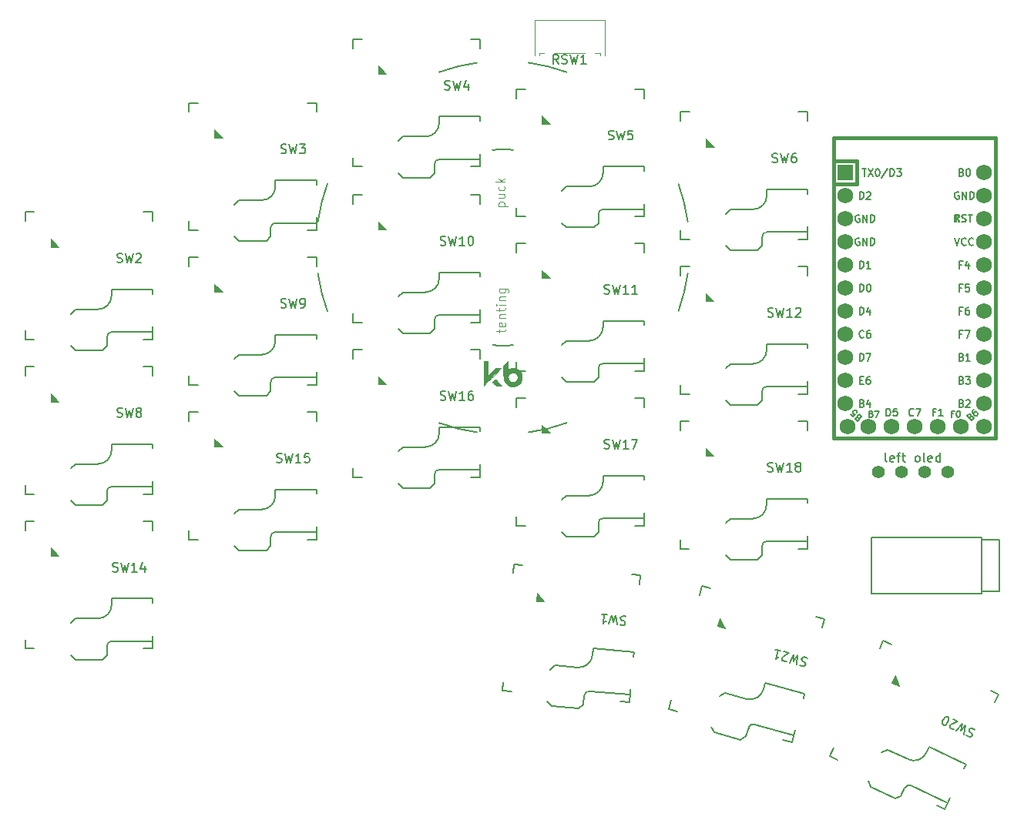
<source format=gbr>
%TF.GenerationSoftware,KiCad,Pcbnew,(6.0.0)*%
%TF.CreationDate,2022-04-19T03:34:00-07:00*%
%TF.ProjectId,half-swept,68616c66-2d73-4776-9570-742e6b696361,rev?*%
%TF.SameCoordinates,Original*%
%TF.FileFunction,Legend,Top*%
%TF.FilePolarity,Positive*%
%FSLAX46Y46*%
G04 Gerber Fmt 4.6, Leading zero omitted, Abs format (unit mm)*
G04 Created by KiCad (PCBNEW (6.0.0)) date 2022-04-19 03:34:00*
%MOMM*%
%LPD*%
G01*
G04 APERTURE LIST*
%ADD10C,0.150000*%
%ADD11C,0.100000*%
%ADD12C,0.120000*%
%ADD13C,0.200000*%
%ADD14C,0.010000*%
%ADD15C,0.381000*%
%ADD16R,1.752600X1.752600*%
%ADD17C,1.752600*%
%ADD18C,1.397000*%
G04 APERTURE END LIST*
D10*
%TO.C,SW21*%
X101423014Y-83290442D02*
X101297350Y-83207471D01*
X101067367Y-83145848D01*
X100963050Y-83167195D01*
X100904729Y-83200866D01*
X100834083Y-83280535D01*
X100809433Y-83372527D01*
X100830780Y-83476845D01*
X100864452Y-83535166D01*
X100944120Y-83605812D01*
X101115781Y-83701108D01*
X101195450Y-83771753D01*
X101229121Y-83830075D01*
X101250468Y-83934392D01*
X101225819Y-84026385D01*
X101155173Y-84106053D01*
X101096852Y-84139725D01*
X100992534Y-84161072D01*
X100762552Y-84099449D01*
X100636887Y-84016478D01*
X100302587Y-83976201D02*
X100331424Y-82948652D01*
X99962567Y-83589300D01*
X99963452Y-82850054D01*
X99474651Y-83754357D01*
X99177325Y-83576091D02*
X99119004Y-83609762D01*
X99014686Y-83631109D01*
X98784704Y-83569486D01*
X98705035Y-83498840D01*
X98671364Y-83440519D01*
X98650017Y-83336201D01*
X98674666Y-83244208D01*
X98757637Y-83118543D01*
X99457491Y-82714482D01*
X98859537Y-82554261D01*
X97939608Y-82307767D02*
X98491565Y-82455663D01*
X98215586Y-82381715D02*
X97956767Y-83347641D01*
X98085734Y-83234301D01*
X98202377Y-83166957D01*
X98306694Y-83145610D01*
%TO.C,SW20*%
X119828472Y-91152629D02*
X119719124Y-91049098D01*
X119503336Y-90948474D01*
X119396897Y-90951383D01*
X119333614Y-90974415D01*
X119250208Y-91040606D01*
X119209958Y-91126921D01*
X119212866Y-91233361D01*
X119235899Y-91296643D01*
X119302090Y-91380050D01*
X119454595Y-91503706D01*
X119520785Y-91587113D01*
X119543818Y-91650395D01*
X119546726Y-91756835D01*
X119506477Y-91843150D01*
X119423070Y-91909340D01*
X119359788Y-91932373D01*
X119253348Y-91935281D01*
X119037561Y-91834658D01*
X118928213Y-91731126D01*
X118605985Y-91633411D02*
X118812816Y-90626480D01*
X118338316Y-91193344D01*
X118467556Y-90465482D01*
X117829150Y-91271167D01*
X117567297Y-91043979D02*
X117504015Y-91067012D01*
X117397575Y-91069920D01*
X117181787Y-90969296D01*
X117115597Y-90885890D01*
X117092564Y-90822607D01*
X117089656Y-90716168D01*
X117129906Y-90629853D01*
X117233437Y-90520505D01*
X117992823Y-90244111D01*
X117431776Y-89982490D01*
X116448110Y-90627177D02*
X116361795Y-90586927D01*
X116295604Y-90503521D01*
X116272572Y-90440238D01*
X116269663Y-90333799D01*
X116307005Y-90141044D01*
X116407628Y-89925256D01*
X116531284Y-89772751D01*
X116614691Y-89706561D01*
X116677973Y-89683528D01*
X116784413Y-89680620D01*
X116870728Y-89720869D01*
X116936918Y-89804276D01*
X116959951Y-89867558D01*
X116962859Y-89973998D01*
X116925518Y-90166753D01*
X116824895Y-90382540D01*
X116701239Y-90535046D01*
X116617832Y-90601236D01*
X116554549Y-90624269D01*
X116448110Y-90627177D01*
%TO.C,SW18*%
X97092930Y-62710472D02*
X97235787Y-62758091D01*
X97473882Y-62758091D01*
X97569120Y-62710472D01*
X97616739Y-62662853D01*
X97664358Y-62567615D01*
X97664358Y-62472377D01*
X97616739Y-62377139D01*
X97569120Y-62329520D01*
X97473882Y-62281901D01*
X97283406Y-62234282D01*
X97188168Y-62186663D01*
X97140549Y-62139044D01*
X97092930Y-62043806D01*
X97092930Y-61948568D01*
X97140549Y-61853330D01*
X97188168Y-61805711D01*
X97283406Y-61758091D01*
X97521501Y-61758091D01*
X97664358Y-61805711D01*
X97997692Y-61758091D02*
X98235787Y-62758091D01*
X98426263Y-62043806D01*
X98616739Y-62758091D01*
X98854834Y-61758091D01*
X99759596Y-62758091D02*
X99188168Y-62758091D01*
X99473882Y-62758091D02*
X99473882Y-61758091D01*
X99378644Y-61900949D01*
X99283406Y-61996187D01*
X99188168Y-62043806D01*
X100331025Y-62186663D02*
X100235787Y-62139044D01*
X100188168Y-62091425D01*
X100140549Y-61996187D01*
X100140549Y-61948568D01*
X100188168Y-61853330D01*
X100235787Y-61805711D01*
X100331025Y-61758091D01*
X100521501Y-61758091D01*
X100616739Y-61805711D01*
X100664358Y-61853330D01*
X100711977Y-61948568D01*
X100711977Y-61996187D01*
X100664358Y-62091425D01*
X100616739Y-62139044D01*
X100521501Y-62186663D01*
X100331025Y-62186663D01*
X100235787Y-62234282D01*
X100188168Y-62281901D01*
X100140549Y-62377139D01*
X100140549Y-62567615D01*
X100188168Y-62662853D01*
X100235787Y-62710472D01*
X100331025Y-62758091D01*
X100521501Y-62758091D01*
X100616739Y-62710472D01*
X100664358Y-62662853D01*
X100711977Y-62567615D01*
X100711977Y-62377139D01*
X100664358Y-62281901D01*
X100616739Y-62234282D01*
X100521501Y-62186663D01*
%TO.C,SW17*%
X79119275Y-60170474D02*
X79262132Y-60218093D01*
X79500227Y-60218093D01*
X79595465Y-60170474D01*
X79643084Y-60122855D01*
X79690703Y-60027617D01*
X79690703Y-59932379D01*
X79643084Y-59837141D01*
X79595465Y-59789522D01*
X79500227Y-59741903D01*
X79309751Y-59694284D01*
X79214513Y-59646665D01*
X79166894Y-59599046D01*
X79119275Y-59503808D01*
X79119275Y-59408570D01*
X79166894Y-59313332D01*
X79214513Y-59265713D01*
X79309751Y-59218093D01*
X79547846Y-59218093D01*
X79690703Y-59265713D01*
X80024037Y-59218093D02*
X80262132Y-60218093D01*
X80452608Y-59503808D01*
X80643084Y-60218093D01*
X80881179Y-59218093D01*
X81785941Y-60218093D02*
X81214513Y-60218093D01*
X81500227Y-60218093D02*
X81500227Y-59218093D01*
X81404989Y-59360951D01*
X81309751Y-59456189D01*
X81214513Y-59503808D01*
X82119275Y-59218093D02*
X82785941Y-59218093D01*
X82357370Y-60218093D01*
%TO.C,SW16*%
X61119273Y-54836472D02*
X61262130Y-54884091D01*
X61500225Y-54884091D01*
X61595463Y-54836472D01*
X61643082Y-54788853D01*
X61690701Y-54693615D01*
X61690701Y-54598377D01*
X61643082Y-54503139D01*
X61595463Y-54455520D01*
X61500225Y-54407901D01*
X61309749Y-54360282D01*
X61214511Y-54312663D01*
X61166892Y-54265044D01*
X61119273Y-54169806D01*
X61119273Y-54074568D01*
X61166892Y-53979330D01*
X61214511Y-53931711D01*
X61309749Y-53884091D01*
X61547844Y-53884091D01*
X61690701Y-53931711D01*
X62024035Y-53884091D02*
X62262130Y-54884091D01*
X62452606Y-54169806D01*
X62643082Y-54884091D01*
X62881177Y-53884091D01*
X63785939Y-54884091D02*
X63214511Y-54884091D01*
X63500225Y-54884091D02*
X63500225Y-53884091D01*
X63404987Y-54026949D01*
X63309749Y-54122187D01*
X63214511Y-54169806D01*
X64643082Y-53884091D02*
X64452606Y-53884091D01*
X64357368Y-53931711D01*
X64309749Y-53979330D01*
X64214511Y-54122187D01*
X64166892Y-54312663D01*
X64166892Y-54693615D01*
X64214511Y-54788853D01*
X64262130Y-54836472D01*
X64357368Y-54884091D01*
X64547844Y-54884091D01*
X64643082Y-54836472D01*
X64690701Y-54788853D01*
X64738320Y-54693615D01*
X64738320Y-54455520D01*
X64690701Y-54360282D01*
X64643082Y-54312663D01*
X64547844Y-54265044D01*
X64357368Y-54265044D01*
X64262130Y-54312663D01*
X64214511Y-54360282D01*
X64166892Y-54455520D01*
%TO.C,SW15*%
X43119275Y-61694471D02*
X43262132Y-61742090D01*
X43500227Y-61742090D01*
X43595465Y-61694471D01*
X43643084Y-61646852D01*
X43690703Y-61551614D01*
X43690703Y-61456376D01*
X43643084Y-61361138D01*
X43595465Y-61313519D01*
X43500227Y-61265900D01*
X43309751Y-61218281D01*
X43214513Y-61170662D01*
X43166894Y-61123043D01*
X43119275Y-61027805D01*
X43119275Y-60932567D01*
X43166894Y-60837329D01*
X43214513Y-60789710D01*
X43309751Y-60742090D01*
X43547846Y-60742090D01*
X43690703Y-60789710D01*
X44024037Y-60742090D02*
X44262132Y-61742090D01*
X44452608Y-61027805D01*
X44643084Y-61742090D01*
X44881179Y-60742090D01*
X45785941Y-61742090D02*
X45214513Y-61742090D01*
X45500227Y-61742090D02*
X45500227Y-60742090D01*
X45404989Y-60884948D01*
X45309751Y-60980186D01*
X45214513Y-61027805D01*
X46690703Y-60742090D02*
X46214513Y-60742090D01*
X46166894Y-61218281D01*
X46214513Y-61170662D01*
X46309751Y-61123043D01*
X46547846Y-61123043D01*
X46643084Y-61170662D01*
X46690703Y-61218281D01*
X46738322Y-61313519D01*
X46738322Y-61551614D01*
X46690703Y-61646852D01*
X46643084Y-61694471D01*
X46547846Y-61742090D01*
X46309751Y-61742090D01*
X46214513Y-61694471D01*
X46166894Y-61646852D01*
%TO.C,SW14*%
X25119275Y-73702470D02*
X25262132Y-73750089D01*
X25500227Y-73750089D01*
X25595465Y-73702470D01*
X25643084Y-73654851D01*
X25690703Y-73559613D01*
X25690703Y-73464375D01*
X25643084Y-73369137D01*
X25595465Y-73321518D01*
X25500227Y-73273899D01*
X25309751Y-73226280D01*
X25214513Y-73178661D01*
X25166894Y-73131042D01*
X25119275Y-73035804D01*
X25119275Y-72940566D01*
X25166894Y-72845328D01*
X25214513Y-72797709D01*
X25309751Y-72750089D01*
X25547846Y-72750089D01*
X25690703Y-72797709D01*
X26024037Y-72750089D02*
X26262132Y-73750089D01*
X26452608Y-73035804D01*
X26643084Y-73750089D01*
X26881179Y-72750089D01*
X27785941Y-73750089D02*
X27214513Y-73750089D01*
X27500227Y-73750089D02*
X27500227Y-72750089D01*
X27404989Y-72892947D01*
X27309751Y-72988185D01*
X27214513Y-73035804D01*
X28643084Y-73083423D02*
X28643084Y-73750089D01*
X28404989Y-72702470D02*
X28166894Y-73416756D01*
X28785941Y-73416756D01*
%TO.C,SW12*%
X97099275Y-45692472D02*
X97242132Y-45740091D01*
X97480227Y-45740091D01*
X97575465Y-45692472D01*
X97623084Y-45644853D01*
X97670703Y-45549615D01*
X97670703Y-45454377D01*
X97623084Y-45359139D01*
X97575465Y-45311520D01*
X97480227Y-45263901D01*
X97289751Y-45216282D01*
X97194513Y-45168663D01*
X97146894Y-45121044D01*
X97099275Y-45025806D01*
X97099275Y-44930568D01*
X97146894Y-44835330D01*
X97194513Y-44787711D01*
X97289751Y-44740091D01*
X97527846Y-44740091D01*
X97670703Y-44787711D01*
X98004037Y-44740091D02*
X98242132Y-45740091D01*
X98432608Y-45025806D01*
X98623084Y-45740091D01*
X98861179Y-44740091D01*
X99765941Y-45740091D02*
X99194513Y-45740091D01*
X99480227Y-45740091D02*
X99480227Y-44740091D01*
X99384989Y-44882949D01*
X99289751Y-44978187D01*
X99194513Y-45025806D01*
X100146894Y-44835330D02*
X100194513Y-44787711D01*
X100289751Y-44740091D01*
X100527846Y-44740091D01*
X100623084Y-44787711D01*
X100670703Y-44835330D01*
X100718322Y-44930568D01*
X100718322Y-45025806D01*
X100670703Y-45168663D01*
X100099275Y-45740091D01*
X100718322Y-45740091D01*
%TO.C,SW11*%
X79119276Y-43152475D02*
X79262133Y-43200094D01*
X79500228Y-43200094D01*
X79595466Y-43152475D01*
X79643085Y-43104856D01*
X79690704Y-43009618D01*
X79690704Y-42914380D01*
X79643085Y-42819142D01*
X79595466Y-42771523D01*
X79500228Y-42723904D01*
X79309752Y-42676285D01*
X79214514Y-42628666D01*
X79166895Y-42581047D01*
X79119276Y-42485809D01*
X79119276Y-42390571D01*
X79166895Y-42295333D01*
X79214514Y-42247714D01*
X79309752Y-42200094D01*
X79547847Y-42200094D01*
X79690704Y-42247714D01*
X80024038Y-42200094D02*
X80262133Y-43200094D01*
X80452609Y-42485809D01*
X80643085Y-43200094D01*
X80881180Y-42200094D01*
X81785942Y-43200094D02*
X81214514Y-43200094D01*
X81500228Y-43200094D02*
X81500228Y-42200094D01*
X81404990Y-42342952D01*
X81309752Y-42438190D01*
X81214514Y-42485809D01*
X82738323Y-43200094D02*
X82166895Y-43200094D01*
X82452609Y-43200094D02*
X82452609Y-42200094D01*
X82357371Y-42342952D01*
X82262133Y-42438190D01*
X82166895Y-42485809D01*
%TO.C,SW10*%
X61119276Y-37818472D02*
X61262133Y-37866091D01*
X61500228Y-37866091D01*
X61595466Y-37818472D01*
X61643085Y-37770853D01*
X61690704Y-37675615D01*
X61690704Y-37580377D01*
X61643085Y-37485139D01*
X61595466Y-37437520D01*
X61500228Y-37389901D01*
X61309752Y-37342282D01*
X61214514Y-37294663D01*
X61166895Y-37247044D01*
X61119276Y-37151806D01*
X61119276Y-37056568D01*
X61166895Y-36961330D01*
X61214514Y-36913711D01*
X61309752Y-36866091D01*
X61547847Y-36866091D01*
X61690704Y-36913711D01*
X62024038Y-36866091D02*
X62262133Y-37866091D01*
X62452609Y-37151806D01*
X62643085Y-37866091D01*
X62881180Y-36866091D01*
X63785942Y-37866091D02*
X63214514Y-37866091D01*
X63500228Y-37866091D02*
X63500228Y-36866091D01*
X63404990Y-37008949D01*
X63309752Y-37104187D01*
X63214514Y-37151806D01*
X64404990Y-36866091D02*
X64500228Y-36866091D01*
X64595466Y-36913711D01*
X64643085Y-36961330D01*
X64690704Y-37056568D01*
X64738323Y-37247044D01*
X64738323Y-37485139D01*
X64690704Y-37675615D01*
X64643085Y-37770853D01*
X64595466Y-37818472D01*
X64500228Y-37866091D01*
X64404990Y-37866091D01*
X64309752Y-37818472D01*
X64262133Y-37770853D01*
X64214514Y-37675615D01*
X64166895Y-37485139D01*
X64166895Y-37247044D01*
X64214514Y-37056568D01*
X64262133Y-36961330D01*
X64309752Y-36913711D01*
X64404990Y-36866091D01*
%TO.C,SW9*%
X43595466Y-44676472D02*
X43738323Y-44724091D01*
X43976419Y-44724091D01*
X44071657Y-44676472D01*
X44119276Y-44628853D01*
X44166895Y-44533615D01*
X44166895Y-44438377D01*
X44119276Y-44343139D01*
X44071657Y-44295520D01*
X43976419Y-44247901D01*
X43785942Y-44200282D01*
X43690704Y-44152663D01*
X43643085Y-44105044D01*
X43595466Y-44009806D01*
X43595466Y-43914568D01*
X43643085Y-43819330D01*
X43690704Y-43771711D01*
X43785942Y-43724091D01*
X44024038Y-43724091D01*
X44166895Y-43771711D01*
X44500228Y-43724091D02*
X44738323Y-44724091D01*
X44928800Y-44009806D01*
X45119276Y-44724091D01*
X45357371Y-43724091D01*
X45785942Y-44724091D02*
X45976419Y-44724091D01*
X46071657Y-44676472D01*
X46119276Y-44628853D01*
X46214514Y-44485996D01*
X46262133Y-44295520D01*
X46262133Y-43914568D01*
X46214514Y-43819330D01*
X46166895Y-43771711D01*
X46071657Y-43724091D01*
X45881180Y-43724091D01*
X45785942Y-43771711D01*
X45738323Y-43819330D01*
X45690704Y-43914568D01*
X45690704Y-44152663D01*
X45738323Y-44247901D01*
X45785942Y-44295520D01*
X45881180Y-44343139D01*
X46071657Y-44343139D01*
X46166895Y-44295520D01*
X46214514Y-44247901D01*
X46262133Y-44152663D01*
%TO.C,SW8*%
X25595465Y-56702472D02*
X25738322Y-56750091D01*
X25976418Y-56750091D01*
X26071656Y-56702472D01*
X26119275Y-56654853D01*
X26166894Y-56559615D01*
X26166894Y-56464377D01*
X26119275Y-56369139D01*
X26071656Y-56321520D01*
X25976418Y-56273901D01*
X25785941Y-56226282D01*
X25690703Y-56178663D01*
X25643084Y-56131044D01*
X25595465Y-56035806D01*
X25595465Y-55940568D01*
X25643084Y-55845330D01*
X25690703Y-55797711D01*
X25785941Y-55750091D01*
X26024037Y-55750091D01*
X26166894Y-55797711D01*
X26500227Y-55750091D02*
X26738322Y-56750091D01*
X26928799Y-56035806D01*
X27119275Y-56750091D01*
X27357370Y-55750091D01*
X27881179Y-56178663D02*
X27785941Y-56131044D01*
X27738322Y-56083425D01*
X27690703Y-55988187D01*
X27690703Y-55940568D01*
X27738322Y-55845330D01*
X27785941Y-55797711D01*
X27881179Y-55750091D01*
X28071656Y-55750091D01*
X28166894Y-55797711D01*
X28214513Y-55845330D01*
X28262132Y-55940568D01*
X28262132Y-55988187D01*
X28214513Y-56083425D01*
X28166894Y-56131044D01*
X28071656Y-56178663D01*
X27881179Y-56178663D01*
X27785941Y-56226282D01*
X27738322Y-56273901D01*
X27690703Y-56369139D01*
X27690703Y-56559615D01*
X27738322Y-56654853D01*
X27785941Y-56702472D01*
X27881179Y-56750091D01*
X28071656Y-56750091D01*
X28166894Y-56702472D01*
X28214513Y-56654853D01*
X28262132Y-56559615D01*
X28262132Y-56369139D01*
X28214513Y-56273901D01*
X28166894Y-56226282D01*
X28071656Y-56178663D01*
%TO.C,SW6*%
X97595464Y-28702472D02*
X97738321Y-28750091D01*
X97976417Y-28750091D01*
X98071655Y-28702472D01*
X98119274Y-28654853D01*
X98166893Y-28559615D01*
X98166893Y-28464377D01*
X98119274Y-28369139D01*
X98071655Y-28321520D01*
X97976417Y-28273901D01*
X97785940Y-28226282D01*
X97690702Y-28178663D01*
X97643083Y-28131044D01*
X97595464Y-28035806D01*
X97595464Y-27940568D01*
X97643083Y-27845330D01*
X97690702Y-27797711D01*
X97785940Y-27750091D01*
X98024036Y-27750091D01*
X98166893Y-27797711D01*
X98500226Y-27750091D02*
X98738321Y-28750091D01*
X98928798Y-28035806D01*
X99119274Y-28750091D01*
X99357369Y-27750091D01*
X100166893Y-27750091D02*
X99976417Y-27750091D01*
X99881178Y-27797711D01*
X99833559Y-27845330D01*
X99738321Y-27988187D01*
X99690702Y-28178663D01*
X99690702Y-28559615D01*
X99738321Y-28654853D01*
X99785940Y-28702472D01*
X99881178Y-28750091D01*
X100071655Y-28750091D01*
X100166893Y-28702472D01*
X100214512Y-28654853D01*
X100262131Y-28559615D01*
X100262131Y-28321520D01*
X100214512Y-28226282D01*
X100166893Y-28178663D01*
X100071655Y-28131044D01*
X99881178Y-28131044D01*
X99785940Y-28178663D01*
X99738321Y-28226282D01*
X99690702Y-28321520D01*
%TO.C,SW5*%
X79595464Y-26202473D02*
X79738321Y-26250092D01*
X79976417Y-26250092D01*
X80071655Y-26202473D01*
X80119274Y-26154854D01*
X80166893Y-26059616D01*
X80166893Y-25964378D01*
X80119274Y-25869140D01*
X80071655Y-25821521D01*
X79976417Y-25773902D01*
X79785940Y-25726283D01*
X79690702Y-25678664D01*
X79643083Y-25631045D01*
X79595464Y-25535807D01*
X79595464Y-25440569D01*
X79643083Y-25345331D01*
X79690702Y-25297712D01*
X79785940Y-25250092D01*
X80024036Y-25250092D01*
X80166893Y-25297712D01*
X80500226Y-25250092D02*
X80738321Y-26250092D01*
X80928798Y-25535807D01*
X81119274Y-26250092D01*
X81357369Y-25250092D01*
X82214512Y-25250092D02*
X81738321Y-25250092D01*
X81690702Y-25726283D01*
X81738321Y-25678664D01*
X81833559Y-25631045D01*
X82071655Y-25631045D01*
X82166893Y-25678664D01*
X82214512Y-25726283D01*
X82262131Y-25821521D01*
X82262131Y-26059616D01*
X82214512Y-26154854D01*
X82166893Y-26202473D01*
X82071655Y-26250092D01*
X81833559Y-26250092D01*
X81738321Y-26202473D01*
X81690702Y-26154854D01*
%TO.C,SW4*%
X61595464Y-20702472D02*
X61738321Y-20750091D01*
X61976417Y-20750091D01*
X62071655Y-20702472D01*
X62119274Y-20654853D01*
X62166893Y-20559615D01*
X62166893Y-20464377D01*
X62119274Y-20369139D01*
X62071655Y-20321520D01*
X61976417Y-20273901D01*
X61785940Y-20226282D01*
X61690702Y-20178663D01*
X61643083Y-20131044D01*
X61595464Y-20035806D01*
X61595464Y-19940568D01*
X61643083Y-19845330D01*
X61690702Y-19797711D01*
X61785940Y-19750091D01*
X62024036Y-19750091D01*
X62166893Y-19797711D01*
X62500226Y-19750091D02*
X62738321Y-20750091D01*
X62928798Y-20035806D01*
X63119274Y-20750091D01*
X63357369Y-19750091D01*
X64166893Y-20083425D02*
X64166893Y-20750091D01*
X63928798Y-19702472D02*
X63690702Y-20416758D01*
X64309750Y-20416758D01*
%TO.C,SW3*%
X43595467Y-27702472D02*
X43738324Y-27750091D01*
X43976420Y-27750091D01*
X44071658Y-27702472D01*
X44119277Y-27654853D01*
X44166896Y-27559615D01*
X44166896Y-27464377D01*
X44119277Y-27369139D01*
X44071658Y-27321520D01*
X43976420Y-27273901D01*
X43785943Y-27226282D01*
X43690705Y-27178663D01*
X43643086Y-27131044D01*
X43595467Y-27035806D01*
X43595467Y-26940568D01*
X43643086Y-26845330D01*
X43690705Y-26797711D01*
X43785943Y-26750091D01*
X44024039Y-26750091D01*
X44166896Y-26797711D01*
X44500229Y-26750091D02*
X44738324Y-27750091D01*
X44928801Y-27035806D01*
X45119277Y-27750091D01*
X45357372Y-26750091D01*
X45643086Y-26750091D02*
X46262134Y-26750091D01*
X45928801Y-27131044D01*
X46071658Y-27131044D01*
X46166896Y-27178663D01*
X46214515Y-27226282D01*
X46262134Y-27321520D01*
X46262134Y-27559615D01*
X46214515Y-27654853D01*
X46166896Y-27702472D01*
X46071658Y-27750091D01*
X45785943Y-27750091D01*
X45690705Y-27702472D01*
X45643086Y-27654853D01*
%TO.C,SW2*%
X25595465Y-39702472D02*
X25738322Y-39750091D01*
X25976418Y-39750091D01*
X26071656Y-39702472D01*
X26119275Y-39654853D01*
X26166894Y-39559615D01*
X26166894Y-39464377D01*
X26119275Y-39369139D01*
X26071656Y-39321520D01*
X25976418Y-39273901D01*
X25785941Y-39226282D01*
X25690703Y-39178663D01*
X25643084Y-39131044D01*
X25595465Y-39035806D01*
X25595465Y-38940568D01*
X25643084Y-38845330D01*
X25690703Y-38797711D01*
X25785941Y-38750091D01*
X26024037Y-38750091D01*
X26166894Y-38797711D01*
X26500227Y-38750091D02*
X26738322Y-39750091D01*
X26928799Y-39035806D01*
X27119275Y-39750091D01*
X27357370Y-38750091D01*
X27690703Y-38845330D02*
X27738322Y-38797711D01*
X27833560Y-38750091D01*
X28071656Y-38750091D01*
X28166894Y-38797711D01*
X28214513Y-38845330D01*
X28262132Y-38940568D01*
X28262132Y-39035806D01*
X28214513Y-39178663D01*
X27643084Y-39750091D01*
X28262132Y-39750091D01*
%TO.C,SW1*%
X81491452Y-78705350D02*
X81353289Y-78645462D01*
X81116100Y-78624710D01*
X81017074Y-78663848D01*
X80965486Y-78707135D01*
X80909747Y-78797861D01*
X80901447Y-78892736D01*
X80940584Y-78991762D01*
X80983872Y-79043351D01*
X81074597Y-79099089D01*
X81260198Y-79163128D01*
X81350924Y-79218866D01*
X81394211Y-79270454D01*
X81433349Y-79369480D01*
X81425048Y-79464356D01*
X81369310Y-79555081D01*
X81317722Y-79598369D01*
X81218696Y-79637506D01*
X80981506Y-79616755D01*
X80843343Y-79556866D01*
X80507128Y-79575252D02*
X80357094Y-78558306D01*
X80105089Y-79253273D01*
X79977592Y-78525104D01*
X79653247Y-79500547D01*
X78839084Y-78425497D02*
X79408338Y-78475301D01*
X79123711Y-78450399D02*
X79036555Y-79446594D01*
X79143881Y-79312581D01*
X79247058Y-79226006D01*
X79346084Y-79186868D01*
%TO.C,RSW1*%
X74094512Y-17897592D02*
X73761178Y-17421402D01*
X73523083Y-17897592D02*
X73523083Y-16897592D01*
X73904036Y-16897592D01*
X73999274Y-16945212D01*
X74046893Y-16992831D01*
X74094512Y-17088069D01*
X74094512Y-17230926D01*
X74046893Y-17326164D01*
X73999274Y-17373783D01*
X73904036Y-17421402D01*
X73523083Y-17421402D01*
X74475464Y-17849973D02*
X74618321Y-17897592D01*
X74856417Y-17897592D01*
X74951655Y-17849973D01*
X74999274Y-17802354D01*
X75046893Y-17707116D01*
X75046893Y-17611878D01*
X74999274Y-17516640D01*
X74951655Y-17469021D01*
X74856417Y-17421402D01*
X74665940Y-17373783D01*
X74570702Y-17326164D01*
X74523083Y-17278545D01*
X74475464Y-17183307D01*
X74475464Y-17088069D01*
X74523083Y-16992831D01*
X74570702Y-16945212D01*
X74665940Y-16897592D01*
X74904036Y-16897592D01*
X75046893Y-16945212D01*
X75380226Y-16897592D02*
X75618321Y-17897592D01*
X75808798Y-17183307D01*
X75999274Y-17897592D01*
X76237369Y-16897592D01*
X77142131Y-17897592D02*
X76570702Y-17897592D01*
X76856417Y-17897592D02*
X76856417Y-16897592D01*
X76761178Y-17040450D01*
X76665940Y-17135688D01*
X76570702Y-17183307D01*
D11*
%TO.C,REF\u002A\u002A*%
X67579014Y-47460712D02*
X67579014Y-47079759D01*
X67245680Y-47317854D02*
X68102823Y-47317854D01*
X68198061Y-47270235D01*
X68245680Y-47174997D01*
X68245680Y-47079759D01*
X68198061Y-46365473D02*
X68245680Y-46460712D01*
X68245680Y-46651188D01*
X68198061Y-46746426D01*
X68102823Y-46794045D01*
X67721871Y-46794045D01*
X67626633Y-46746426D01*
X67579014Y-46651188D01*
X67579014Y-46460712D01*
X67626633Y-46365473D01*
X67721871Y-46317854D01*
X67817109Y-46317854D01*
X67912347Y-46794045D01*
X67579014Y-45889283D02*
X68245680Y-45889283D01*
X67674252Y-45889283D02*
X67626633Y-45841664D01*
X67579014Y-45746426D01*
X67579014Y-45603569D01*
X67626633Y-45508331D01*
X67721871Y-45460712D01*
X68245680Y-45460712D01*
X67579014Y-45127378D02*
X67579014Y-44746426D01*
X67245680Y-44984521D02*
X68102823Y-44984521D01*
X68198061Y-44936902D01*
X68245680Y-44841664D01*
X68245680Y-44746426D01*
X68245680Y-44413092D02*
X67579014Y-44413092D01*
X67245680Y-44413092D02*
X67293300Y-44460712D01*
X67340919Y-44413092D01*
X67293300Y-44365473D01*
X67245680Y-44413092D01*
X67340919Y-44413092D01*
X67579014Y-43936902D02*
X68245680Y-43936902D01*
X67674252Y-43936902D02*
X67626633Y-43889283D01*
X67579014Y-43794045D01*
X67579014Y-43651188D01*
X67626633Y-43555950D01*
X67721871Y-43508331D01*
X68245680Y-43508331D01*
X67579014Y-42603569D02*
X68388538Y-42603569D01*
X68483776Y-42651188D01*
X68531395Y-42698807D01*
X68579014Y-42794045D01*
X68579014Y-42936902D01*
X68531395Y-43032140D01*
X68198061Y-42603569D02*
X68245680Y-42698807D01*
X68245680Y-42889283D01*
X68198061Y-42984521D01*
X68150442Y-43032140D01*
X68055204Y-43079759D01*
X67769490Y-43079759D01*
X67674252Y-43032140D01*
X67626633Y-42984521D01*
X67579014Y-42889283D01*
X67579014Y-42698807D01*
X67626633Y-42603569D01*
X67515514Y-33570212D02*
X68515514Y-33570212D01*
X67563133Y-33570212D02*
X67515514Y-33474973D01*
X67515514Y-33284497D01*
X67563133Y-33189259D01*
X67610752Y-33141640D01*
X67705990Y-33094021D01*
X67991704Y-33094021D01*
X68086942Y-33141640D01*
X68134561Y-33189259D01*
X68182180Y-33284497D01*
X68182180Y-33474973D01*
X68134561Y-33570212D01*
X67515514Y-32236878D02*
X68182180Y-32236878D01*
X67515514Y-32665450D02*
X68039323Y-32665450D01*
X68134561Y-32617831D01*
X68182180Y-32522592D01*
X68182180Y-32379735D01*
X68134561Y-32284497D01*
X68086942Y-32236878D01*
X68134561Y-31332116D02*
X68182180Y-31427354D01*
X68182180Y-31617831D01*
X68134561Y-31713069D01*
X68086942Y-31760688D01*
X67991704Y-31808307D01*
X67705990Y-31808307D01*
X67610752Y-31760688D01*
X67563133Y-31713069D01*
X67515514Y-31617831D01*
X67515514Y-31427354D01*
X67563133Y-31332116D01*
X68182180Y-30903545D02*
X67182180Y-30903545D01*
X67801228Y-30808307D02*
X68182180Y-30522592D01*
X67515514Y-30522592D02*
X67896466Y-30903545D01*
D10*
%TO.C,U2*%
X107220417Y-52672318D02*
X107487083Y-52672318D01*
X107601369Y-53091365D02*
X107220417Y-53091365D01*
X107220417Y-52291365D01*
X107601369Y-52291365D01*
X108287083Y-52291365D02*
X108134702Y-52291365D01*
X108058512Y-52329461D01*
X108020417Y-52367556D01*
X107944226Y-52481841D01*
X107906131Y-52634222D01*
X107906131Y-52938984D01*
X107944226Y-53015175D01*
X107982321Y-53053270D01*
X108058512Y-53091365D01*
X108210893Y-53091365D01*
X108287083Y-53053270D01*
X108325178Y-53015175D01*
X108363274Y-52938984D01*
X108363274Y-52748508D01*
X108325178Y-52672318D01*
X108287083Y-52634222D01*
X108210893Y-52596127D01*
X108058512Y-52596127D01*
X107982321Y-52634222D01*
X107944226Y-52672318D01*
X107906131Y-52748508D01*
X117500464Y-56389461D02*
X117267131Y-56389461D01*
X117267131Y-56756127D02*
X117267131Y-56056127D01*
X117600464Y-56056127D01*
X118000464Y-56056127D02*
X118067131Y-56056127D01*
X118133798Y-56089461D01*
X118167131Y-56122794D01*
X118200464Y-56189461D01*
X118233798Y-56322794D01*
X118233798Y-56489461D01*
X118200464Y-56622794D01*
X118167131Y-56689461D01*
X118133798Y-56722794D01*
X118067131Y-56756127D01*
X118000464Y-56756127D01*
X117933798Y-56722794D01*
X117900464Y-56689461D01*
X117867131Y-56622794D01*
X117833798Y-56489461D01*
X117833798Y-56322794D01*
X117867131Y-56189461D01*
X117900464Y-56122794D01*
X117933798Y-56089461D01*
X118000464Y-56056127D01*
X107182321Y-45471365D02*
X107182321Y-44671365D01*
X107372798Y-44671365D01*
X107487083Y-44709461D01*
X107563274Y-44785651D01*
X107601369Y-44861841D01*
X107639464Y-45014222D01*
X107639464Y-45128508D01*
X107601369Y-45280889D01*
X107563274Y-45357080D01*
X107487083Y-45433270D01*
X107372798Y-45471365D01*
X107182321Y-45471365D01*
X108325178Y-44938032D02*
X108325178Y-45471365D01*
X108134702Y-44633270D02*
X107944226Y-45204699D01*
X108439464Y-45204699D01*
X107182321Y-50551365D02*
X107182321Y-49751365D01*
X107372798Y-49751365D01*
X107487083Y-49789461D01*
X107563274Y-49865651D01*
X107601369Y-49941841D01*
X107639464Y-50094222D01*
X107639464Y-50208508D01*
X107601369Y-50360889D01*
X107563274Y-50437080D01*
X107487083Y-50513270D01*
X107372798Y-50551365D01*
X107182321Y-50551365D01*
X107906131Y-49751365D02*
X108439464Y-49751365D01*
X108096607Y-50551365D01*
X107639464Y-47935175D02*
X107601369Y-47973270D01*
X107487083Y-48011365D01*
X107410893Y-48011365D01*
X107296607Y-47973270D01*
X107220417Y-47897080D01*
X107182321Y-47820889D01*
X107144226Y-47668508D01*
X107144226Y-47554222D01*
X107182321Y-47401841D01*
X107220417Y-47325651D01*
X107296607Y-47249461D01*
X107410893Y-47211365D01*
X107487083Y-47211365D01*
X107601369Y-47249461D01*
X107639464Y-47287556D01*
X108325178Y-47211365D02*
X108172798Y-47211365D01*
X108096607Y-47249461D01*
X108058512Y-47287556D01*
X107982321Y-47401841D01*
X107944226Y-47554222D01*
X107944226Y-47858984D01*
X107982321Y-47935175D01*
X108020417Y-47973270D01*
X108096607Y-48011365D01*
X108248988Y-48011365D01*
X108325178Y-47973270D01*
X108363274Y-47935175D01*
X108401369Y-47858984D01*
X108401369Y-47668508D01*
X108363274Y-47592318D01*
X108325178Y-47554222D01*
X108248988Y-47516127D01*
X108096607Y-47516127D01*
X108020417Y-47554222D01*
X107982321Y-47592318D01*
X107944226Y-47668508D01*
X118428131Y-39972318D02*
X118161464Y-39972318D01*
X118161464Y-40391365D02*
X118161464Y-39591365D01*
X118542417Y-39591365D01*
X119190036Y-39858032D02*
X119190036Y-40391365D01*
X118999559Y-39553270D02*
X118809083Y-40124699D01*
X119304321Y-40124699D01*
X107163274Y-34549461D02*
X107087083Y-34511365D01*
X106972798Y-34511365D01*
X106858512Y-34549461D01*
X106782321Y-34625651D01*
X106744226Y-34701841D01*
X106706131Y-34854222D01*
X106706131Y-34968508D01*
X106744226Y-35120889D01*
X106782321Y-35197080D01*
X106858512Y-35273270D01*
X106972798Y-35311365D01*
X107048988Y-35311365D01*
X107163274Y-35273270D01*
X107201369Y-35235175D01*
X107201369Y-34968508D01*
X107048988Y-34968508D01*
X107544226Y-35311365D02*
X107544226Y-34511365D01*
X108001369Y-35311365D01*
X108001369Y-34511365D01*
X108382321Y-35311365D02*
X108382321Y-34511365D01*
X108572798Y-34511365D01*
X108687083Y-34549461D01*
X108763274Y-34625651D01*
X108801369Y-34701841D01*
X108839464Y-34854222D01*
X108839464Y-34968508D01*
X108801369Y-35120889D01*
X108763274Y-35197080D01*
X108687083Y-35273270D01*
X108572798Y-35311365D01*
X108382321Y-35311365D01*
X108450464Y-56389461D02*
X108550464Y-56422794D01*
X108583798Y-56456127D01*
X108617131Y-56522794D01*
X108617131Y-56622794D01*
X108583798Y-56689461D01*
X108550464Y-56722794D01*
X108483798Y-56756127D01*
X108217131Y-56756127D01*
X108217131Y-56056127D01*
X108450464Y-56056127D01*
X108517131Y-56089461D01*
X108550464Y-56122794D01*
X108583798Y-56189461D01*
X108583798Y-56256127D01*
X108550464Y-56322794D01*
X108517131Y-56356127D01*
X108450464Y-56389461D01*
X108217131Y-56389461D01*
X108850464Y-56056127D02*
X109317131Y-56056127D01*
X109017131Y-56756127D01*
X118370988Y-55212318D02*
X118485274Y-55250413D01*
X118523369Y-55288508D01*
X118561464Y-55364699D01*
X118561464Y-55478984D01*
X118523369Y-55555175D01*
X118485274Y-55593270D01*
X118409083Y-55631365D01*
X118104321Y-55631365D01*
X118104321Y-54831365D01*
X118370988Y-54831365D01*
X118447178Y-54869461D01*
X118485274Y-54907556D01*
X118523369Y-54983746D01*
X118523369Y-55059937D01*
X118485274Y-55136127D01*
X118447178Y-55174222D01*
X118370988Y-55212318D01*
X118104321Y-55212318D01*
X118866226Y-54907556D02*
X118904321Y-54869461D01*
X118980512Y-54831365D01*
X119170988Y-54831365D01*
X119247178Y-54869461D01*
X119285274Y-54907556D01*
X119323369Y-54983746D01*
X119323369Y-55059937D01*
X119285274Y-55174222D01*
X118828131Y-55631365D01*
X119323369Y-55631365D01*
X115507131Y-56182318D02*
X115240464Y-56182318D01*
X115240464Y-56601365D02*
X115240464Y-55801365D01*
X115621417Y-55801365D01*
X116345226Y-56601365D02*
X115888083Y-56601365D01*
X116116655Y-56601365D02*
X116116655Y-55801365D01*
X116040464Y-55915651D01*
X115964274Y-55991841D01*
X115888083Y-56029937D01*
X118370988Y-52672318D02*
X118485274Y-52710413D01*
X118523369Y-52748508D01*
X118561464Y-52824699D01*
X118561464Y-52938984D01*
X118523369Y-53015175D01*
X118485274Y-53053270D01*
X118409083Y-53091365D01*
X118104321Y-53091365D01*
X118104321Y-52291365D01*
X118370988Y-52291365D01*
X118447178Y-52329461D01*
X118485274Y-52367556D01*
X118523369Y-52443746D01*
X118523369Y-52519937D01*
X118485274Y-52596127D01*
X118447178Y-52634222D01*
X118370988Y-52672318D01*
X118104321Y-52672318D01*
X118828131Y-52291365D02*
X119323369Y-52291365D01*
X119056702Y-52596127D01*
X119170988Y-52596127D01*
X119247178Y-52634222D01*
X119285274Y-52672318D01*
X119323369Y-52748508D01*
X119323369Y-52938984D01*
X119285274Y-53015175D01*
X119247178Y-53053270D01*
X119170988Y-53091365D01*
X118942417Y-53091365D01*
X118866226Y-53053270D01*
X118828131Y-53015175D01*
X107182321Y-42931365D02*
X107182321Y-42131365D01*
X107372798Y-42131365D01*
X107487083Y-42169461D01*
X107563274Y-42245651D01*
X107601369Y-42321841D01*
X107639464Y-42474222D01*
X107639464Y-42588508D01*
X107601369Y-42740889D01*
X107563274Y-42817080D01*
X107487083Y-42893270D01*
X107372798Y-42931365D01*
X107182321Y-42931365D01*
X108134702Y-42131365D02*
X108210893Y-42131365D01*
X108287083Y-42169461D01*
X108325178Y-42207556D01*
X108363274Y-42283746D01*
X108401369Y-42436127D01*
X108401369Y-42626603D01*
X108363274Y-42778984D01*
X108325178Y-42855175D01*
X108287083Y-42893270D01*
X108210893Y-42931365D01*
X108134702Y-42931365D01*
X108058512Y-42893270D01*
X108020417Y-42855175D01*
X107982321Y-42778984D01*
X107944226Y-42626603D01*
X107944226Y-42436127D01*
X107982321Y-42283746D01*
X108020417Y-42207556D01*
X108058512Y-42169461D01*
X108134702Y-42131365D01*
X110103321Y-56601365D02*
X110103321Y-55801365D01*
X110293798Y-55801365D01*
X110408083Y-55839461D01*
X110484274Y-55915651D01*
X110522369Y-55991841D01*
X110560464Y-56144222D01*
X110560464Y-56258508D01*
X110522369Y-56410889D01*
X110484274Y-56487080D01*
X110408083Y-56563270D01*
X110293798Y-56601365D01*
X110103321Y-56601365D01*
X111284274Y-55801365D02*
X110903321Y-55801365D01*
X110865226Y-56182318D01*
X110903321Y-56144222D01*
X110979512Y-56106127D01*
X111169988Y-56106127D01*
X111246178Y-56144222D01*
X111284274Y-56182318D01*
X111322369Y-56258508D01*
X111322369Y-56448984D01*
X111284274Y-56525175D01*
X111246178Y-56563270D01*
X111169988Y-56601365D01*
X110979512Y-56601365D01*
X110903321Y-56563270D01*
X110865226Y-56525175D01*
X106998789Y-56775163D02*
X106951649Y-56680882D01*
X106951649Y-56633741D01*
X106975219Y-56563031D01*
X107045930Y-56492320D01*
X107116640Y-56468750D01*
X107163781Y-56468750D01*
X107234491Y-56492320D01*
X107423053Y-56680882D01*
X106928078Y-57175857D01*
X106763087Y-57010865D01*
X106739517Y-56940154D01*
X106739517Y-56893014D01*
X106763087Y-56822303D01*
X106810227Y-56775163D01*
X106880938Y-56751593D01*
X106928078Y-56751593D01*
X106998789Y-56775163D01*
X107163781Y-56940154D01*
X106197401Y-56445180D02*
X106433104Y-56680882D01*
X106692376Y-56468750D01*
X106645236Y-56468750D01*
X106574525Y-56445180D01*
X106456674Y-56327328D01*
X106433104Y-56256618D01*
X106433104Y-56209477D01*
X106456674Y-56138767D01*
X106574525Y-56020916D01*
X106645236Y-55997345D01*
X106692376Y-55997345D01*
X106763087Y-56020916D01*
X106880938Y-56138767D01*
X106904508Y-56209477D01*
X106904508Y-56256618D01*
X107163274Y-37089461D02*
X107087083Y-37051365D01*
X106972798Y-37051365D01*
X106858512Y-37089461D01*
X106782321Y-37165651D01*
X106744226Y-37241841D01*
X106706131Y-37394222D01*
X106706131Y-37508508D01*
X106744226Y-37660889D01*
X106782321Y-37737080D01*
X106858512Y-37813270D01*
X106972798Y-37851365D01*
X107048988Y-37851365D01*
X107163274Y-37813270D01*
X107201369Y-37775175D01*
X107201369Y-37508508D01*
X107048988Y-37508508D01*
X107544226Y-37851365D02*
X107544226Y-37051365D01*
X108001369Y-37851365D01*
X108001369Y-37051365D01*
X108382321Y-37851365D02*
X108382321Y-37051365D01*
X108572798Y-37051365D01*
X108687083Y-37089461D01*
X108763274Y-37165651D01*
X108801369Y-37241841D01*
X108839464Y-37394222D01*
X108839464Y-37508508D01*
X108801369Y-37660889D01*
X108763274Y-37737080D01*
X108687083Y-37813270D01*
X108572798Y-37851365D01*
X108382321Y-37851365D01*
X118433584Y-35243270D02*
X118547870Y-35281365D01*
X118738346Y-35281365D01*
X118814537Y-35243270D01*
X118852632Y-35205175D01*
X118890727Y-35128984D01*
X118890727Y-35052794D01*
X118852632Y-34976603D01*
X118814537Y-34938508D01*
X118738346Y-34900413D01*
X118585965Y-34862318D01*
X118509775Y-34824222D01*
X118471679Y-34786127D01*
X118433584Y-34709937D01*
X118433584Y-34633746D01*
X118471679Y-34557556D01*
X118509775Y-34519461D01*
X118585965Y-34481365D01*
X118776441Y-34481365D01*
X118890727Y-34519461D01*
X119119298Y-34481365D02*
X119576441Y-34481365D01*
X119347870Y-35281365D02*
X119347870Y-34481365D01*
X113100464Y-56525175D02*
X113062369Y-56563270D01*
X112948083Y-56601365D01*
X112871893Y-56601365D01*
X112757607Y-56563270D01*
X112681417Y-56487080D01*
X112643321Y-56410889D01*
X112605226Y-56258508D01*
X112605226Y-56144222D01*
X112643321Y-55991841D01*
X112681417Y-55915651D01*
X112757607Y-55839461D01*
X112871893Y-55801365D01*
X112948083Y-55801365D01*
X113062369Y-55839461D01*
X113100464Y-55877556D01*
X113367131Y-55801365D02*
X113900464Y-55801365D01*
X113557607Y-56601365D01*
X119398095Y-56704452D02*
X119492376Y-56657312D01*
X119539517Y-56657312D01*
X119610227Y-56680882D01*
X119680938Y-56751593D01*
X119704508Y-56822303D01*
X119704508Y-56869444D01*
X119680938Y-56940154D01*
X119492376Y-57128716D01*
X118997401Y-56633741D01*
X119162393Y-56468750D01*
X119233104Y-56445180D01*
X119280244Y-56445180D01*
X119350955Y-56468750D01*
X119398095Y-56515890D01*
X119421665Y-56586601D01*
X119421665Y-56633741D01*
X119398095Y-56704452D01*
X119233104Y-56869444D01*
X119704508Y-55926635D02*
X119610227Y-56020916D01*
X119586657Y-56091626D01*
X119586657Y-56138767D01*
X119610227Y-56256618D01*
X119680938Y-56374469D01*
X119869500Y-56563031D01*
X119940210Y-56586601D01*
X119987351Y-56586601D01*
X120058062Y-56563031D01*
X120152342Y-56468750D01*
X120175913Y-56398039D01*
X120175913Y-56350899D01*
X120152342Y-56280188D01*
X120034491Y-56162337D01*
X119963781Y-56138767D01*
X119916640Y-56138767D01*
X119845930Y-56162337D01*
X119751649Y-56256618D01*
X119728078Y-56327328D01*
X119728078Y-56374469D01*
X119751649Y-56445180D01*
X118428131Y-42512318D02*
X118161464Y-42512318D01*
X118161464Y-42931365D02*
X118161464Y-42131365D01*
X118542417Y-42131365D01*
X119228131Y-42131365D02*
X118847178Y-42131365D01*
X118809083Y-42512318D01*
X118847178Y-42474222D01*
X118923369Y-42436127D01*
X119113845Y-42436127D01*
X119190036Y-42474222D01*
X119228131Y-42512318D01*
X119266226Y-42588508D01*
X119266226Y-42778984D01*
X119228131Y-42855175D01*
X119190036Y-42893270D01*
X119113845Y-42931365D01*
X118923369Y-42931365D01*
X118847178Y-42893270D01*
X118809083Y-42855175D01*
X107471449Y-29431365D02*
X107928592Y-29431365D01*
X107700021Y-30231365D02*
X107700021Y-29431365D01*
X108119068Y-29431365D02*
X108652402Y-30231365D01*
X108652402Y-29431365D02*
X108119068Y-30231365D01*
X109109545Y-29431365D02*
X109185735Y-29431365D01*
X109261926Y-29469461D01*
X109300021Y-29507556D01*
X109338116Y-29583746D01*
X109376211Y-29736127D01*
X109376211Y-29926603D01*
X109338116Y-30078984D01*
X109300021Y-30155175D01*
X109261926Y-30193270D01*
X109185735Y-30231365D01*
X109109545Y-30231365D01*
X109033354Y-30193270D01*
X108995259Y-30155175D01*
X108957164Y-30078984D01*
X108919068Y-29926603D01*
X108919068Y-29736127D01*
X108957164Y-29583746D01*
X108995259Y-29507556D01*
X109033354Y-29469461D01*
X109109545Y-29431365D01*
X110290497Y-29393270D02*
X109604783Y-30421841D01*
X110557164Y-30231365D02*
X110557164Y-29431365D01*
X110747640Y-29431365D01*
X110861926Y-29469461D01*
X110938116Y-29545651D01*
X110976211Y-29621841D01*
X111014306Y-29774222D01*
X111014306Y-29888508D01*
X110976211Y-30040889D01*
X110938116Y-30117080D01*
X110861926Y-30193270D01*
X110747640Y-30231365D01*
X110557164Y-30231365D01*
X111280973Y-29431365D02*
X111776211Y-29431365D01*
X111509545Y-29736127D01*
X111623830Y-29736127D01*
X111700021Y-29774222D01*
X111738116Y-29812318D01*
X111776211Y-29888508D01*
X111776211Y-30078984D01*
X111738116Y-30155175D01*
X111700021Y-30193270D01*
X111623830Y-30231365D01*
X111395259Y-30231365D01*
X111319068Y-30193270D01*
X111280973Y-30155175D01*
X107182321Y-40391365D02*
X107182321Y-39591365D01*
X107372798Y-39591365D01*
X107487083Y-39629461D01*
X107563274Y-39705651D01*
X107601369Y-39781841D01*
X107639464Y-39934222D01*
X107639464Y-40048508D01*
X107601369Y-40200889D01*
X107563274Y-40277080D01*
X107487083Y-40353270D01*
X107372798Y-40391365D01*
X107182321Y-40391365D01*
X108401369Y-40391365D02*
X107944226Y-40391365D01*
X108172798Y-40391365D02*
X108172798Y-39591365D01*
X108096607Y-39705651D01*
X108020417Y-39781841D01*
X107944226Y-39819937D01*
X107182321Y-32771365D02*
X107182321Y-31971365D01*
X107372798Y-31971365D01*
X107487083Y-32009461D01*
X107563274Y-32085651D01*
X107601369Y-32161841D01*
X107639464Y-32314222D01*
X107639464Y-32428508D01*
X107601369Y-32580889D01*
X107563274Y-32657080D01*
X107487083Y-32733270D01*
X107372798Y-32771365D01*
X107182321Y-32771365D01*
X107944226Y-32047556D02*
X107982321Y-32009461D01*
X108058512Y-31971365D01*
X108248988Y-31971365D01*
X108325178Y-32009461D01*
X108363274Y-32047556D01*
X108401369Y-32123746D01*
X108401369Y-32199937D01*
X108363274Y-32314222D01*
X107906131Y-32771365D01*
X108401369Y-32771365D01*
X118370988Y-29812318D02*
X118485274Y-29850413D01*
X118523369Y-29888508D01*
X118561464Y-29964699D01*
X118561464Y-30078984D01*
X118523369Y-30155175D01*
X118485274Y-30193270D01*
X118409083Y-30231365D01*
X118104321Y-30231365D01*
X118104321Y-29431365D01*
X118370988Y-29431365D01*
X118447178Y-29469461D01*
X118485274Y-29507556D01*
X118523369Y-29583746D01*
X118523369Y-29659937D01*
X118485274Y-29736127D01*
X118447178Y-29774222D01*
X118370988Y-29812318D01*
X118104321Y-29812318D01*
X119056702Y-29431365D02*
X119132893Y-29431365D01*
X119209083Y-29469461D01*
X119247178Y-29507556D01*
X119285274Y-29583746D01*
X119323369Y-29736127D01*
X119323369Y-29926603D01*
X119285274Y-30078984D01*
X119247178Y-30155175D01*
X119209083Y-30193270D01*
X119132893Y-30231365D01*
X119056702Y-30231365D01*
X118980512Y-30193270D01*
X118942417Y-30155175D01*
X118904321Y-30078984D01*
X118866226Y-29926603D01*
X118866226Y-29736127D01*
X118904321Y-29583746D01*
X118942417Y-29507556D01*
X118980512Y-29469461D01*
X119056702Y-29431365D01*
X118428131Y-47592318D02*
X118161464Y-47592318D01*
X118161464Y-48011365D02*
X118161464Y-47211365D01*
X118542417Y-47211365D01*
X118770988Y-47211365D02*
X119304321Y-47211365D01*
X118961464Y-48011365D01*
X107448988Y-55212318D02*
X107563274Y-55250413D01*
X107601369Y-55288508D01*
X107639464Y-55364699D01*
X107639464Y-55478984D01*
X107601369Y-55555175D01*
X107563274Y-55593270D01*
X107487083Y-55631365D01*
X107182321Y-55631365D01*
X107182321Y-54831365D01*
X107448988Y-54831365D01*
X107525178Y-54869461D01*
X107563274Y-54907556D01*
X107601369Y-54983746D01*
X107601369Y-55059937D01*
X107563274Y-55136127D01*
X107525178Y-55174222D01*
X107448988Y-55212318D01*
X107182321Y-55212318D01*
X108325178Y-55098032D02*
X108325178Y-55631365D01*
X108134702Y-54793270D02*
X107944226Y-55364699D01*
X108439464Y-55364699D01*
X117628131Y-37051365D02*
X117894798Y-37851365D01*
X118161464Y-37051365D01*
X118885274Y-37775175D02*
X118847178Y-37813270D01*
X118732893Y-37851365D01*
X118656702Y-37851365D01*
X118542417Y-37813270D01*
X118466226Y-37737080D01*
X118428131Y-37660889D01*
X118390036Y-37508508D01*
X118390036Y-37394222D01*
X118428131Y-37241841D01*
X118466226Y-37165651D01*
X118542417Y-37089461D01*
X118656702Y-37051365D01*
X118732893Y-37051365D01*
X118847178Y-37089461D01*
X118885274Y-37127556D01*
X119685274Y-37775175D02*
X119647178Y-37813270D01*
X119532893Y-37851365D01*
X119456702Y-37851365D01*
X119342417Y-37813270D01*
X119266226Y-37737080D01*
X119228131Y-37660889D01*
X119190036Y-37508508D01*
X119190036Y-37394222D01*
X119228131Y-37241841D01*
X119266226Y-37165651D01*
X119342417Y-37089461D01*
X119456702Y-37051365D01*
X119532893Y-37051365D01*
X119647178Y-37089461D01*
X119685274Y-37127556D01*
X118370988Y-50132318D02*
X118485274Y-50170413D01*
X118523369Y-50208508D01*
X118561464Y-50284699D01*
X118561464Y-50398984D01*
X118523369Y-50475175D01*
X118485274Y-50513270D01*
X118409083Y-50551365D01*
X118104321Y-50551365D01*
X118104321Y-49751365D01*
X118370988Y-49751365D01*
X118447178Y-49789461D01*
X118485274Y-49827556D01*
X118523369Y-49903746D01*
X118523369Y-49979937D01*
X118485274Y-50056127D01*
X118447178Y-50094222D01*
X118370988Y-50132318D01*
X118104321Y-50132318D01*
X119323369Y-50551365D02*
X118866226Y-50551365D01*
X119094798Y-50551365D02*
X119094798Y-49751365D01*
X119018607Y-49865651D01*
X118942417Y-49941841D01*
X118866226Y-49979937D01*
X118428131Y-45052318D02*
X118161464Y-45052318D01*
X118161464Y-45471365D02*
X118161464Y-44671365D01*
X118542417Y-44671365D01*
X119190036Y-44671365D02*
X119037655Y-44671365D01*
X118961464Y-44709461D01*
X118923369Y-44747556D01*
X118847178Y-44861841D01*
X118809083Y-45014222D01*
X118809083Y-45318984D01*
X118847178Y-45395175D01*
X118885274Y-45433270D01*
X118961464Y-45471365D01*
X119113845Y-45471365D01*
X119190036Y-45433270D01*
X119228131Y-45395175D01*
X119266226Y-45318984D01*
X119266226Y-45128508D01*
X119228131Y-45052318D01*
X119190036Y-45014222D01*
X119113845Y-44976127D01*
X118961464Y-44976127D01*
X118885274Y-45014222D01*
X118847178Y-45052318D01*
X118809083Y-45128508D01*
X118085274Y-32009461D02*
X118009083Y-31971365D01*
X117894798Y-31971365D01*
X117780512Y-32009461D01*
X117704321Y-32085651D01*
X117666226Y-32161841D01*
X117628131Y-32314222D01*
X117628131Y-32428508D01*
X117666226Y-32580889D01*
X117704321Y-32657080D01*
X117780512Y-32733270D01*
X117894798Y-32771365D01*
X117970988Y-32771365D01*
X118085274Y-32733270D01*
X118123369Y-32695175D01*
X118123369Y-32428508D01*
X117970988Y-32428508D01*
X118466226Y-32771365D02*
X118466226Y-31971365D01*
X118923369Y-32771365D01*
X118923369Y-31971365D01*
X119304321Y-32771365D02*
X119304321Y-31971365D01*
X119494798Y-31971365D01*
X119609083Y-32009461D01*
X119685274Y-32085651D01*
X119723369Y-32161841D01*
X119761464Y-32314222D01*
X119761464Y-32428508D01*
X119723369Y-32580889D01*
X119685274Y-32657080D01*
X119609083Y-32733270D01*
X119494798Y-32771365D01*
X119304321Y-32771365D01*
%TO.C,OL1*%
X110176656Y-61685092D02*
X110081418Y-61637473D01*
X110033799Y-61542235D01*
X110033799Y-60685092D01*
X110938560Y-61637473D02*
X110843322Y-61685092D01*
X110652846Y-61685092D01*
X110557608Y-61637473D01*
X110509989Y-61542235D01*
X110509989Y-61161283D01*
X110557608Y-61066045D01*
X110652846Y-61018426D01*
X110843322Y-61018426D01*
X110938560Y-61066045D01*
X110986179Y-61161283D01*
X110986179Y-61256521D01*
X110509989Y-61351759D01*
X111271894Y-61018426D02*
X111652846Y-61018426D01*
X111414751Y-61685092D02*
X111414751Y-60827950D01*
X111462370Y-60732712D01*
X111557608Y-60685092D01*
X111652846Y-60685092D01*
X111843322Y-61018426D02*
X112224275Y-61018426D01*
X111986179Y-60685092D02*
X111986179Y-61542235D01*
X112033799Y-61637473D01*
X112129037Y-61685092D01*
X112224275Y-61685092D01*
X113462370Y-61685092D02*
X113367132Y-61637473D01*
X113319513Y-61589854D01*
X113271894Y-61494616D01*
X113271894Y-61208902D01*
X113319513Y-61113664D01*
X113367132Y-61066045D01*
X113462370Y-61018426D01*
X113605227Y-61018426D01*
X113700465Y-61066045D01*
X113748084Y-61113664D01*
X113795703Y-61208902D01*
X113795703Y-61494616D01*
X113748084Y-61589854D01*
X113700465Y-61637473D01*
X113605227Y-61685092D01*
X113462370Y-61685092D01*
X114367132Y-61685092D02*
X114271894Y-61637473D01*
X114224275Y-61542235D01*
X114224275Y-60685092D01*
X115129037Y-61637473D02*
X115033799Y-61685092D01*
X114843322Y-61685092D01*
X114748084Y-61637473D01*
X114700465Y-61542235D01*
X114700465Y-61161283D01*
X114748084Y-61066045D01*
X114843322Y-61018426D01*
X115033799Y-61018426D01*
X115129037Y-61066045D01*
X115176656Y-61161283D01*
X115176656Y-61256521D01*
X114700465Y-61351759D01*
X116033799Y-61685092D02*
X116033799Y-60685092D01*
X116033799Y-61637473D02*
X115938560Y-61685092D01*
X115748084Y-61685092D01*
X115652846Y-61637473D01*
X115605227Y-61589854D01*
X115557608Y-61494616D01*
X115557608Y-61208902D01*
X115605227Y-61113664D01*
X115652846Y-61066045D01*
X115748084Y-61018426D01*
X115938560Y-61018426D01*
X116033799Y-61066045D01*
%TO.C,SW21*%
X89575231Y-76295423D02*
X89834051Y-75329497D01*
X87176510Y-89111278D02*
X86210584Y-88852458D01*
X99992365Y-91509999D02*
X99733545Y-92475925D01*
X99733545Y-92475925D02*
X98767620Y-92217106D01*
X102391086Y-78694144D02*
X103357012Y-78952964D01*
X103357012Y-78952964D02*
X103098193Y-79918889D01*
X89834051Y-75329497D02*
X90799976Y-75588316D01*
X86210584Y-88852458D02*
X86469403Y-87886533D01*
X101157050Y-87163333D02*
X101027641Y-87646296D01*
X95593934Y-90538499D02*
G75*
G03*
X94981562Y-90892052I-129409J-482963D01*
G01*
X91212593Y-91435074D02*
X94110371Y-92211531D01*
X90859040Y-90822702D02*
X91212593Y-91435074D01*
X92377279Y-87088408D02*
X94792093Y-87735456D01*
X100095892Y-91123629D02*
X99940601Y-91703184D01*
X91764906Y-87441961D02*
X92377279Y-87088408D01*
X99940601Y-91703184D02*
X95593934Y-90538499D01*
X94981562Y-90892052D02*
X94722743Y-91857978D01*
X94110371Y-92211531D02*
X94722743Y-91857978D01*
X94792093Y-87735456D02*
G75*
G03*
X96629211Y-86674795I388229J1448889D01*
G01*
X96810384Y-85998647D02*
X101157050Y-87163333D01*
X96629211Y-86674795D02*
X96810384Y-85998647D01*
%TO.C,SW20*%
X109375356Y-82206534D02*
X109797974Y-81300227D01*
X104787626Y-94411154D02*
X103881319Y-93988536D01*
X116992246Y-98998884D02*
X116569628Y-99905191D01*
X116569628Y-99905191D02*
X115663320Y-99482573D01*
X121579976Y-86794264D02*
X122486283Y-87216882D01*
X122486283Y-87216882D02*
X122063665Y-88123190D01*
X109797974Y-81300227D02*
X110704282Y-81722845D01*
X103881319Y-93988536D02*
X104303937Y-93082228D01*
X118894028Y-94920499D02*
X118682719Y-95373652D01*
X112829337Y-97278363D02*
G75*
G03*
X112164874Y-97520208I-211309J-453154D01*
G01*
X108358870Y-97400505D02*
X111077793Y-98668360D01*
X108117025Y-96736042D02*
X108358870Y-97400505D01*
X110260652Y-93322120D02*
X112526421Y-94378666D01*
X117161293Y-98636360D02*
X116907722Y-99180145D01*
X109596189Y-93563965D02*
X110260652Y-93322120D01*
X116907722Y-99180145D02*
X112829337Y-97278363D01*
X112164874Y-97520208D02*
X111742256Y-98426515D01*
X111077793Y-98668360D02*
X111742256Y-98426515D01*
X112526421Y-94378666D02*
G75*
G03*
X114519810Y-93653132I633928J1359462D01*
G01*
X114815643Y-93018716D02*
X118894028Y-94920499D01*
X114519810Y-93653132D02*
X114815643Y-93018716D01*
%TO.C,SW18*%
X87457454Y-58210711D02*
X87457454Y-57210711D01*
X88457454Y-71210711D02*
X87457454Y-71210711D01*
X101457454Y-70210711D02*
X101457454Y-71210711D01*
X101457454Y-71210711D02*
X100457454Y-71210711D01*
X100457454Y-57210711D02*
X101457454Y-57210711D01*
X101457454Y-57210711D02*
X101457454Y-58210711D01*
X87457454Y-57210711D02*
X88457454Y-57210711D01*
X87457454Y-71210711D02*
X87457454Y-70210711D01*
X101457454Y-65710711D02*
X101457454Y-66210711D01*
X96957454Y-70410711D02*
G75*
G03*
X96457454Y-70910711I0J-500000D01*
G01*
X92957454Y-72410711D02*
X95957454Y-72410711D01*
X92457454Y-71910711D02*
X92957454Y-72410711D01*
X92957454Y-67910711D02*
X95457454Y-67910711D01*
X101457454Y-69810711D02*
X101457454Y-70410711D01*
X92457454Y-68410711D02*
X92957454Y-67910711D01*
X101457454Y-70410711D02*
X96957454Y-70410711D01*
X96457454Y-70910711D02*
X96457454Y-71910711D01*
X95957454Y-72410711D02*
X96457454Y-71910711D01*
X95457454Y-67910711D02*
G75*
G03*
X96957454Y-66410711I0J1500000D01*
G01*
X96957454Y-65710711D02*
X101457454Y-65710711D01*
X96957454Y-66410711D02*
X96957454Y-65710711D01*
%TO.C,SW17*%
X69483799Y-55670713D02*
X69483799Y-54670713D01*
X70483799Y-68670713D02*
X69483799Y-68670713D01*
X83483799Y-67670713D02*
X83483799Y-68670713D01*
X83483799Y-68670713D02*
X82483799Y-68670713D01*
X82483799Y-54670713D02*
X83483799Y-54670713D01*
X83483799Y-54670713D02*
X83483799Y-55670713D01*
X69483799Y-54670713D02*
X70483799Y-54670713D01*
X69483799Y-68670713D02*
X69483799Y-67670713D01*
X83483799Y-63170713D02*
X83483799Y-63670713D01*
X78983799Y-67870713D02*
G75*
G03*
X78483799Y-68370713I0J-500000D01*
G01*
X74983799Y-69870713D02*
X77983799Y-69870713D01*
X74483799Y-69370713D02*
X74983799Y-69870713D01*
X74983799Y-65370713D02*
X77483799Y-65370713D01*
X83483799Y-67270713D02*
X83483799Y-67870713D01*
X74483799Y-65870713D02*
X74983799Y-65370713D01*
X83483799Y-67870713D02*
X78983799Y-67870713D01*
X78483799Y-68370713D02*
X78483799Y-69370713D01*
X77983799Y-69870713D02*
X78483799Y-69370713D01*
X77483799Y-65370713D02*
G75*
G03*
X78983799Y-63870713I0J1500000D01*
G01*
X78983799Y-63170713D02*
X83483799Y-63170713D01*
X78983799Y-63870713D02*
X78983799Y-63170713D01*
%TO.C,SW16*%
X51483797Y-50336711D02*
X51483797Y-49336711D01*
X52483797Y-63336711D02*
X51483797Y-63336711D01*
X65483797Y-62336711D02*
X65483797Y-63336711D01*
X65483797Y-63336711D02*
X64483797Y-63336711D01*
X64483797Y-49336711D02*
X65483797Y-49336711D01*
X65483797Y-49336711D02*
X65483797Y-50336711D01*
X51483797Y-49336711D02*
X52483797Y-49336711D01*
X51483797Y-63336711D02*
X51483797Y-62336711D01*
X65483797Y-57836711D02*
X65483797Y-58336711D01*
X60983797Y-62536711D02*
G75*
G03*
X60483797Y-63036711I0J-500000D01*
G01*
X56983797Y-64536711D02*
X59983797Y-64536711D01*
X56483797Y-64036711D02*
X56983797Y-64536711D01*
X56983797Y-60036711D02*
X59483797Y-60036711D01*
X65483797Y-61936711D02*
X65483797Y-62536711D01*
X56483797Y-60536711D02*
X56983797Y-60036711D01*
X65483797Y-62536711D02*
X60983797Y-62536711D01*
X60483797Y-63036711D02*
X60483797Y-64036711D01*
X59983797Y-64536711D02*
X60483797Y-64036711D01*
X59483797Y-60036711D02*
G75*
G03*
X60983797Y-58536711I0J1500000D01*
G01*
X60983797Y-57836711D02*
X65483797Y-57836711D01*
X60983797Y-58536711D02*
X60983797Y-57836711D01*
%TO.C,SW15*%
X33483799Y-57194710D02*
X33483799Y-56194710D01*
X34483799Y-70194710D02*
X33483799Y-70194710D01*
X47483799Y-69194710D02*
X47483799Y-70194710D01*
X47483799Y-70194710D02*
X46483799Y-70194710D01*
X46483799Y-56194710D02*
X47483799Y-56194710D01*
X47483799Y-56194710D02*
X47483799Y-57194710D01*
X33483799Y-56194710D02*
X34483799Y-56194710D01*
X33483799Y-70194710D02*
X33483799Y-69194710D01*
X47483799Y-64694710D02*
X47483799Y-65194710D01*
X42983799Y-69394710D02*
G75*
G03*
X42483799Y-69894710I0J-500000D01*
G01*
X38983799Y-71394710D02*
X41983799Y-71394710D01*
X38483799Y-70894710D02*
X38983799Y-71394710D01*
X38983799Y-66894710D02*
X41483799Y-66894710D01*
X47483799Y-68794710D02*
X47483799Y-69394710D01*
X38483799Y-67394710D02*
X38983799Y-66894710D01*
X47483799Y-69394710D02*
X42983799Y-69394710D01*
X42483799Y-69894710D02*
X42483799Y-70894710D01*
X41983799Y-71394710D02*
X42483799Y-70894710D01*
X41483799Y-66894710D02*
G75*
G03*
X42983799Y-65394710I0J1500000D01*
G01*
X42983799Y-64694710D02*
X47483799Y-64694710D01*
X42983799Y-65394710D02*
X42983799Y-64694710D01*
%TO.C,SW14*%
X15483799Y-69202709D02*
X15483799Y-68202709D01*
X16483799Y-82202709D02*
X15483799Y-82202709D01*
X29483799Y-81202709D02*
X29483799Y-82202709D01*
X29483799Y-82202709D02*
X28483799Y-82202709D01*
X28483799Y-68202709D02*
X29483799Y-68202709D01*
X29483799Y-68202709D02*
X29483799Y-69202709D01*
X15483799Y-68202709D02*
X16483799Y-68202709D01*
X15483799Y-82202709D02*
X15483799Y-81202709D01*
X29483799Y-76702709D02*
X29483799Y-77202709D01*
X24983799Y-81402709D02*
G75*
G03*
X24483799Y-81902709I0J-500000D01*
G01*
X20983799Y-83402709D02*
X23983799Y-83402709D01*
X20483799Y-82902709D02*
X20983799Y-83402709D01*
X20983799Y-78902709D02*
X23483799Y-78902709D01*
X29483799Y-80802709D02*
X29483799Y-81402709D01*
X20483799Y-79402709D02*
X20983799Y-78902709D01*
X29483799Y-81402709D02*
X24983799Y-81402709D01*
X24483799Y-81902709D02*
X24483799Y-82902709D01*
X23983799Y-83402709D02*
X24483799Y-82902709D01*
X23483799Y-78902709D02*
G75*
G03*
X24983799Y-77402709I0J1500000D01*
G01*
X24983799Y-76702709D02*
X29483799Y-76702709D01*
X24983799Y-77402709D02*
X24983799Y-76702709D01*
%TO.C,SW12*%
X87463799Y-41192711D02*
X87463799Y-40192711D01*
X88463799Y-54192711D02*
X87463799Y-54192711D01*
X101463799Y-53192711D02*
X101463799Y-54192711D01*
X101463799Y-54192711D02*
X100463799Y-54192711D01*
X100463799Y-40192711D02*
X101463799Y-40192711D01*
X101463799Y-40192711D02*
X101463799Y-41192711D01*
X87463799Y-40192711D02*
X88463799Y-40192711D01*
X87463799Y-54192711D02*
X87463799Y-53192711D01*
X101463799Y-48692711D02*
X101463799Y-49192711D01*
X96963799Y-53392711D02*
G75*
G03*
X96463799Y-53892711I0J-500000D01*
G01*
X92963799Y-55392711D02*
X95963799Y-55392711D01*
X92463799Y-54892711D02*
X92963799Y-55392711D01*
X92963799Y-50892711D02*
X95463799Y-50892711D01*
X101463799Y-52792711D02*
X101463799Y-53392711D01*
X92463799Y-51392711D02*
X92963799Y-50892711D01*
X101463799Y-53392711D02*
X96963799Y-53392711D01*
X96463799Y-53892711D02*
X96463799Y-54892711D01*
X95963799Y-55392711D02*
X96463799Y-54892711D01*
X95463799Y-50892711D02*
G75*
G03*
X96963799Y-49392711I0J1500000D01*
G01*
X96963799Y-48692711D02*
X101463799Y-48692711D01*
X96963799Y-49392711D02*
X96963799Y-48692711D01*
%TO.C,SW11*%
X69483800Y-38652714D02*
X69483800Y-37652714D01*
X70483800Y-51652714D02*
X69483800Y-51652714D01*
X83483800Y-50652714D02*
X83483800Y-51652714D01*
X83483800Y-51652714D02*
X82483800Y-51652714D01*
X82483800Y-37652714D02*
X83483800Y-37652714D01*
X83483800Y-37652714D02*
X83483800Y-38652714D01*
X69483800Y-37652714D02*
X70483800Y-37652714D01*
X69483800Y-51652714D02*
X69483800Y-50652714D01*
X83483800Y-46152714D02*
X83483800Y-46652714D01*
X78983800Y-50852714D02*
G75*
G03*
X78483800Y-51352714I0J-500000D01*
G01*
X74983800Y-52852714D02*
X77983800Y-52852714D01*
X74483800Y-52352714D02*
X74983800Y-52852714D01*
X74983800Y-48352714D02*
X77483800Y-48352714D01*
X83483800Y-50252714D02*
X83483800Y-50852714D01*
X74483800Y-48852714D02*
X74983800Y-48352714D01*
X83483800Y-50852714D02*
X78983800Y-50852714D01*
X78483800Y-51352714D02*
X78483800Y-52352714D01*
X77983800Y-52852714D02*
X78483800Y-52352714D01*
X77483800Y-48352714D02*
G75*
G03*
X78983800Y-46852714I0J1500000D01*
G01*
X78983800Y-46152714D02*
X83483800Y-46152714D01*
X78983800Y-46852714D02*
X78983800Y-46152714D01*
%TO.C,SW10*%
X51483800Y-33318711D02*
X51483800Y-32318711D01*
X52483800Y-46318711D02*
X51483800Y-46318711D01*
X65483800Y-45318711D02*
X65483800Y-46318711D01*
X65483800Y-46318711D02*
X64483800Y-46318711D01*
X64483800Y-32318711D02*
X65483800Y-32318711D01*
X65483800Y-32318711D02*
X65483800Y-33318711D01*
X51483800Y-32318711D02*
X52483800Y-32318711D01*
X51483800Y-46318711D02*
X51483800Y-45318711D01*
X65483800Y-40818711D02*
X65483800Y-41318711D01*
X60983800Y-45518711D02*
G75*
G03*
X60483800Y-46018711I0J-500000D01*
G01*
X56983800Y-47518711D02*
X59983800Y-47518711D01*
X56483800Y-47018711D02*
X56983800Y-47518711D01*
X56983800Y-43018711D02*
X59483800Y-43018711D01*
X65483800Y-44918711D02*
X65483800Y-45518711D01*
X56483800Y-43518711D02*
X56983800Y-43018711D01*
X65483800Y-45518711D02*
X60983800Y-45518711D01*
X60483800Y-46018711D02*
X60483800Y-47018711D01*
X59983800Y-47518711D02*
X60483800Y-47018711D01*
X59483800Y-43018711D02*
G75*
G03*
X60983800Y-41518711I0J1500000D01*
G01*
X60983800Y-40818711D02*
X65483800Y-40818711D01*
X60983800Y-41518711D02*
X60983800Y-40818711D01*
%TO.C,SW9*%
X33483800Y-40176711D02*
X33483800Y-39176711D01*
X34483800Y-53176711D02*
X33483800Y-53176711D01*
X47483800Y-52176711D02*
X47483800Y-53176711D01*
X47483800Y-53176711D02*
X46483800Y-53176711D01*
X46483800Y-39176711D02*
X47483800Y-39176711D01*
X47483800Y-39176711D02*
X47483800Y-40176711D01*
X33483800Y-39176711D02*
X34483800Y-39176711D01*
X33483800Y-53176711D02*
X33483800Y-52176711D01*
X47483800Y-47676711D02*
X47483800Y-48176711D01*
X42983800Y-52376711D02*
G75*
G03*
X42483800Y-52876711I0J-500000D01*
G01*
X38983800Y-54376711D02*
X41983800Y-54376711D01*
X38483800Y-53876711D02*
X38983800Y-54376711D01*
X38983800Y-49876711D02*
X41483800Y-49876711D01*
X47483800Y-51776711D02*
X47483800Y-52376711D01*
X38483800Y-50376711D02*
X38983800Y-49876711D01*
X47483800Y-52376711D02*
X42983800Y-52376711D01*
X42483800Y-52876711D02*
X42483800Y-53876711D01*
X41983800Y-54376711D02*
X42483800Y-53876711D01*
X41483800Y-49876711D02*
G75*
G03*
X42983800Y-48376711I0J1500000D01*
G01*
X42983800Y-47676711D02*
X47483800Y-47676711D01*
X42983800Y-48376711D02*
X42983800Y-47676711D01*
%TO.C,SW8*%
X15483799Y-52202711D02*
X15483799Y-51202711D01*
X16483799Y-65202711D02*
X15483799Y-65202711D01*
X29483799Y-64202711D02*
X29483799Y-65202711D01*
X29483799Y-65202711D02*
X28483799Y-65202711D01*
X28483799Y-51202711D02*
X29483799Y-51202711D01*
X29483799Y-51202711D02*
X29483799Y-52202711D01*
X15483799Y-51202711D02*
X16483799Y-51202711D01*
X15483799Y-65202711D02*
X15483799Y-64202711D01*
X29483799Y-59702711D02*
X29483799Y-60202711D01*
X24983799Y-64402711D02*
G75*
G03*
X24483799Y-64902711I0J-500000D01*
G01*
X20983799Y-66402711D02*
X23983799Y-66402711D01*
X20483799Y-65902711D02*
X20983799Y-66402711D01*
X20983799Y-61902711D02*
X23483799Y-61902711D01*
X29483799Y-63802711D02*
X29483799Y-64402711D01*
X20483799Y-62402711D02*
X20983799Y-61902711D01*
X29483799Y-64402711D02*
X24983799Y-64402711D01*
X24483799Y-64902711D02*
X24483799Y-65902711D01*
X23983799Y-66402711D02*
X24483799Y-65902711D01*
X23483799Y-61902711D02*
G75*
G03*
X24983799Y-60402711I0J1500000D01*
G01*
X24983799Y-59702711D02*
X29483799Y-59702711D01*
X24983799Y-60402711D02*
X24983799Y-59702711D01*
%TO.C,SW6*%
X87483798Y-24202711D02*
X87483798Y-23202711D01*
X88483798Y-37202711D02*
X87483798Y-37202711D01*
X101483798Y-36202711D02*
X101483798Y-37202711D01*
X101483798Y-37202711D02*
X100483798Y-37202711D01*
X100483798Y-23202711D02*
X101483798Y-23202711D01*
X101483798Y-23202711D02*
X101483798Y-24202711D01*
X87483798Y-23202711D02*
X88483798Y-23202711D01*
X87483798Y-37202711D02*
X87483798Y-36202711D01*
X101483798Y-31702711D02*
X101483798Y-32202711D01*
X96983798Y-36402711D02*
G75*
G03*
X96483798Y-36902711I0J-500000D01*
G01*
X92983798Y-38402711D02*
X95983798Y-38402711D01*
X92483798Y-37902711D02*
X92983798Y-38402711D01*
X92983798Y-33902711D02*
X95483798Y-33902711D01*
X101483798Y-35802711D02*
X101483798Y-36402711D01*
X92483798Y-34402711D02*
X92983798Y-33902711D01*
X101483798Y-36402711D02*
X96983798Y-36402711D01*
X96483798Y-36902711D02*
X96483798Y-37902711D01*
X95983798Y-38402711D02*
X96483798Y-37902711D01*
X95483798Y-33902711D02*
G75*
G03*
X96983798Y-32402711I0J1500000D01*
G01*
X96983798Y-31702711D02*
X101483798Y-31702711D01*
X96983798Y-32402711D02*
X96983798Y-31702711D01*
%TO.C,SW5*%
X69483798Y-21702712D02*
X69483798Y-20702712D01*
X70483798Y-34702712D02*
X69483798Y-34702712D01*
X83483798Y-33702712D02*
X83483798Y-34702712D01*
X83483798Y-34702712D02*
X82483798Y-34702712D01*
X82483798Y-20702712D02*
X83483798Y-20702712D01*
X83483798Y-20702712D02*
X83483798Y-21702712D01*
X69483798Y-20702712D02*
X70483798Y-20702712D01*
X69483798Y-34702712D02*
X69483798Y-33702712D01*
X83483798Y-29202712D02*
X83483798Y-29702712D01*
X78983798Y-33902712D02*
G75*
G03*
X78483798Y-34402712I0J-500000D01*
G01*
X74983798Y-35902712D02*
X77983798Y-35902712D01*
X74483798Y-35402712D02*
X74983798Y-35902712D01*
X74983798Y-31402712D02*
X77483798Y-31402712D01*
X83483798Y-33302712D02*
X83483798Y-33902712D01*
X74483798Y-31902712D02*
X74983798Y-31402712D01*
X83483798Y-33902712D02*
X78983798Y-33902712D01*
X78483798Y-34402712D02*
X78483798Y-35402712D01*
X77983798Y-35902712D02*
X78483798Y-35402712D01*
X77483798Y-31402712D02*
G75*
G03*
X78983798Y-29902712I0J1500000D01*
G01*
X78983798Y-29202712D02*
X83483798Y-29202712D01*
X78983798Y-29902712D02*
X78983798Y-29202712D01*
%TO.C,SW4*%
X51483798Y-16202711D02*
X51483798Y-15202711D01*
X52483798Y-29202711D02*
X51483798Y-29202711D01*
X65483798Y-28202711D02*
X65483798Y-29202711D01*
X65483798Y-29202711D02*
X64483798Y-29202711D01*
X64483798Y-15202711D02*
X65483798Y-15202711D01*
X65483798Y-15202711D02*
X65483798Y-16202711D01*
X51483798Y-15202711D02*
X52483798Y-15202711D01*
X51483798Y-29202711D02*
X51483798Y-28202711D01*
X65483798Y-23702711D02*
X65483798Y-24202711D01*
X60983798Y-28402711D02*
G75*
G03*
X60483798Y-28902711I0J-500000D01*
G01*
X56983798Y-30402711D02*
X59983798Y-30402711D01*
X56483798Y-29902711D02*
X56983798Y-30402711D01*
X56983798Y-25902711D02*
X59483798Y-25902711D01*
X65483798Y-27802711D02*
X65483798Y-28402711D01*
X56483798Y-26402711D02*
X56983798Y-25902711D01*
X65483798Y-28402711D02*
X60983798Y-28402711D01*
X60483798Y-28902711D02*
X60483798Y-29902711D01*
X59983798Y-30402711D02*
X60483798Y-29902711D01*
X59483798Y-25902711D02*
G75*
G03*
X60983798Y-24402711I0J1500000D01*
G01*
X60983798Y-23702711D02*
X65483798Y-23702711D01*
X60983798Y-24402711D02*
X60983798Y-23702711D01*
%TO.C,SW3*%
X33483801Y-23202711D02*
X33483801Y-22202711D01*
X34483801Y-36202711D02*
X33483801Y-36202711D01*
X47483801Y-35202711D02*
X47483801Y-36202711D01*
X47483801Y-36202711D02*
X46483801Y-36202711D01*
X46483801Y-22202711D02*
X47483801Y-22202711D01*
X47483801Y-22202711D02*
X47483801Y-23202711D01*
X33483801Y-22202711D02*
X34483801Y-22202711D01*
X33483801Y-36202711D02*
X33483801Y-35202711D01*
X47483801Y-30702711D02*
X47483801Y-31202711D01*
X42983801Y-35402711D02*
G75*
G03*
X42483801Y-35902711I0J-500000D01*
G01*
X38983801Y-37402711D02*
X41983801Y-37402711D01*
X38483801Y-36902711D02*
X38983801Y-37402711D01*
X38983801Y-32902711D02*
X41483801Y-32902711D01*
X47483801Y-34802711D02*
X47483801Y-35402711D01*
X38483801Y-33402711D02*
X38983801Y-32902711D01*
X47483801Y-35402711D02*
X42983801Y-35402711D01*
X42483801Y-35902711D02*
X42483801Y-36902711D01*
X41983801Y-37402711D02*
X42483801Y-36902711D01*
X41483801Y-32902711D02*
G75*
G03*
X42983801Y-31402711I0J1500000D01*
G01*
X42983801Y-30702711D02*
X47483801Y-30702711D01*
X42983801Y-31402711D02*
X42983801Y-30702711D01*
%TO.C,SW2*%
X15483799Y-35202711D02*
X15483799Y-34202711D01*
X16483799Y-48202711D02*
X15483799Y-48202711D01*
X29483799Y-47202711D02*
X29483799Y-48202711D01*
X29483799Y-48202711D02*
X28483799Y-48202711D01*
X28483799Y-34202711D02*
X29483799Y-34202711D01*
X29483799Y-34202711D02*
X29483799Y-35202711D01*
X15483799Y-34202711D02*
X16483799Y-34202711D01*
X15483799Y-48202711D02*
X15483799Y-47202711D01*
X29483799Y-42702711D02*
X29483799Y-43202711D01*
X24983799Y-47402711D02*
G75*
G03*
X24483799Y-47902711I0J-500000D01*
G01*
X20983799Y-49402711D02*
X23983799Y-49402711D01*
X20483799Y-48902711D02*
X20983799Y-49402711D01*
X20983799Y-44902711D02*
X23483799Y-44902711D01*
X29483799Y-46802711D02*
X29483799Y-47402711D01*
X20483799Y-45402711D02*
X20983799Y-44902711D01*
X29483799Y-47402711D02*
X24983799Y-47402711D01*
X24483799Y-47902711D02*
X24483799Y-48902711D01*
X23983799Y-49402711D02*
X24483799Y-48902711D01*
X23483799Y-44902711D02*
G75*
G03*
X24983799Y-43402711I0J1500000D01*
G01*
X24983799Y-42702711D02*
X29483799Y-42702711D01*
X24983799Y-43402711D02*
X24983799Y-42702711D01*
%TO.C,SW1*%
X69083371Y-73915451D02*
X69170526Y-72919256D01*
X68946541Y-86953137D02*
X67950346Y-86865982D01*
X81984227Y-87089967D02*
X81897072Y-88086162D01*
X81897072Y-88086162D02*
X80900877Y-87999006D01*
X82121057Y-74052281D02*
X83117252Y-74139436D01*
X83117252Y-74139436D02*
X83030096Y-75135631D01*
X69170526Y-72919256D02*
X70166721Y-73006412D01*
X67950346Y-86865982D02*
X68037502Y-85869787D01*
X82376428Y-82607091D02*
X82332850Y-83105189D01*
X77483920Y-86897006D02*
G75*
G03*
X76942245Y-87351525I-43578J-498097D01*
G01*
X73324830Y-88540772D02*
X76313414Y-88802239D01*
X72870310Y-87999097D02*
X73324830Y-88540772D01*
X73717031Y-84057896D02*
X76207517Y-84275785D01*
X82019090Y-86691490D02*
X81966796Y-87289206D01*
X73175355Y-84512415D02*
X73717031Y-84057896D01*
X81966796Y-87289206D02*
X77483920Y-86897005D01*
X76942245Y-87351525D02*
X76855089Y-88347720D01*
X76313414Y-88802239D02*
X76855089Y-88347720D01*
X76207517Y-84275785D02*
G75*
G03*
X77832543Y-82912227I130734J1494292D01*
G01*
X77893552Y-82214890D02*
X82376428Y-82607091D01*
X77832543Y-82912227D02*
X77893552Y-82214890D01*
%TO.C,J2*%
X120551800Y-76122711D02*
X108451800Y-76122711D01*
X120551800Y-75872711D02*
X122551800Y-75872711D01*
X120551800Y-76122711D02*
X120551800Y-70022711D01*
X108451800Y-76122711D02*
X108451800Y-70022711D01*
X120551800Y-70272711D02*
X122551800Y-70272711D01*
X122551800Y-75872711D02*
X122551800Y-70272711D01*
X120551800Y-70022711D02*
X108451800Y-70022711D01*
D12*
%TO.C,RSW1*%
X79168798Y-13065212D02*
X79168798Y-16965212D01*
X71448798Y-13065212D02*
X79168798Y-13065212D01*
X71448798Y-13065212D02*
X71448798Y-16965212D01*
X78108798Y-16735212D02*
X78648798Y-16735212D01*
X73608798Y-16735212D02*
X77008798Y-16735212D01*
X78648798Y-16735212D02*
X78648798Y-16965212D01*
X71968798Y-16735212D02*
X71968798Y-16965212D01*
X71968798Y-16735212D02*
X72508798Y-16735212D01*
D13*
%TO.C,REF\u002A\u002A*%
X48697666Y-31094664D02*
G75*
G03*
X47663800Y-35245212I19286117J-7008044D01*
G01*
X70841300Y-58422712D02*
G75*
G03*
X74991847Y-57388846I-2857490J20319953D01*
G01*
X47663800Y-40960212D02*
G75*
G03*
X48697666Y-45110759I20319953J2857490D01*
G01*
X67983800Y-48897712D02*
G75*
G03*
X69112185Y-48838576I6J10794921D01*
G01*
X65126300Y-17782712D02*
G75*
G03*
X60975752Y-18816578I2857496J-20319983D01*
G01*
X60975754Y-57388847D02*
G75*
G03*
X65126300Y-58422712I7008058J19286185D01*
G01*
X67983800Y-27307712D02*
G75*
G03*
X66855415Y-27366848I-6J-10794921D01*
G01*
X88303800Y-35245212D02*
G75*
G03*
X87269935Y-31094667I-20320019J-2857506D01*
G01*
X69112185Y-27366848D02*
G75*
G03*
X67983800Y-27307712I-1128379J-10735785D01*
G01*
X66855415Y-48838576D02*
G75*
G03*
X67983800Y-48897712I1128379J10735785D01*
G01*
X87269935Y-45110758D02*
G75*
G03*
X88303800Y-40960212I-19286185J7008058D01*
G01*
X74991847Y-18816578D02*
G75*
G03*
X70841300Y-17782712I-7008037J-19286087D01*
G01*
D14*
X67163825Y-52591110D02*
X67186528Y-52613973D01*
X67186528Y-52613973D02*
X67221007Y-52649504D01*
X67221007Y-52649504D02*
X67265276Y-52695596D01*
X67265276Y-52695596D02*
X67317343Y-52750142D01*
X67317343Y-52750142D02*
X67375222Y-52811036D01*
X67375222Y-52811036D02*
X67436921Y-52876171D01*
X67436921Y-52876171D02*
X67500454Y-52943441D01*
X67500454Y-52943441D02*
X67563829Y-53010739D01*
X67563829Y-53010739D02*
X67625059Y-53075958D01*
X67625059Y-53075958D02*
X67682155Y-53136993D01*
X67682155Y-53136993D02*
X67733127Y-53191736D01*
X67733127Y-53191736D02*
X67775987Y-53238081D01*
X67775987Y-53238081D02*
X67808745Y-53273921D01*
X67808745Y-53273921D02*
X67829413Y-53297150D01*
X67829413Y-53297150D02*
X67831706Y-53299841D01*
X67831706Y-53299841D02*
X67860007Y-53333476D01*
X67860007Y-53333476D02*
X67239993Y-53333476D01*
X67239993Y-53333476D02*
X67066643Y-53157407D01*
X67066643Y-53157407D02*
X67012901Y-53102664D01*
X67012901Y-53102664D02*
X66962618Y-53051151D01*
X66962618Y-53051151D02*
X66918802Y-53005971D01*
X66918802Y-53005971D02*
X66884456Y-52970225D01*
X66884456Y-52970225D02*
X66862588Y-52947016D01*
X66862588Y-52947016D02*
X66859411Y-52943524D01*
X66859411Y-52943524D02*
X66825529Y-52905709D01*
X66825529Y-52905709D02*
X66986564Y-52744365D01*
X66986564Y-52744365D02*
X67036277Y-52694910D01*
X67036277Y-52694910D02*
X67080501Y-52651585D01*
X67080501Y-52651585D02*
X67116648Y-52616872D01*
X67116648Y-52616872D02*
X67142130Y-52593252D01*
X67142130Y-52593252D02*
X67154359Y-52583204D01*
X67154359Y-52583204D02*
X67154890Y-52583021D01*
X67154890Y-52583021D02*
X67163825Y-52591110D01*
X67163825Y-52591110D02*
X67163825Y-52591110D01*
G36*
X67163825Y-52591110D02*
G01*
X67186528Y-52613973D01*
X67221007Y-52649504D01*
X67265276Y-52695596D01*
X67317343Y-52750142D01*
X67375222Y-52811036D01*
X67436921Y-52876171D01*
X67500454Y-52943441D01*
X67563829Y-53010739D01*
X67625059Y-53075958D01*
X67682155Y-53136993D01*
X67733127Y-53191736D01*
X67775987Y-53238081D01*
X67808745Y-53273921D01*
X67829413Y-53297150D01*
X67831706Y-53299841D01*
X67860007Y-53333476D01*
X67239993Y-53333476D01*
X67066643Y-53157407D01*
X67012901Y-53102664D01*
X66962618Y-53051151D01*
X66918802Y-53005971D01*
X66884456Y-52970225D01*
X66862588Y-52947016D01*
X66859411Y-52943524D01*
X66825529Y-52905709D01*
X66986564Y-52744365D01*
X67036277Y-52694910D01*
X67080501Y-52651585D01*
X67116648Y-52616872D01*
X67142130Y-52593252D01*
X67154359Y-52583204D01*
X67154890Y-52583021D01*
X67163825Y-52591110D01*
G37*
X67163825Y-52591110D02*
X67186528Y-52613973D01*
X67221007Y-52649504D01*
X67265276Y-52695596D01*
X67317343Y-52750142D01*
X67375222Y-52811036D01*
X67436921Y-52876171D01*
X67500454Y-52943441D01*
X67563829Y-53010739D01*
X67625059Y-53075958D01*
X67682155Y-53136993D01*
X67733127Y-53191736D01*
X67775987Y-53238081D01*
X67808745Y-53273921D01*
X67829413Y-53297150D01*
X67831706Y-53299841D01*
X67860007Y-53333476D01*
X67239993Y-53333476D01*
X67066643Y-53157407D01*
X67012901Y-53102664D01*
X66962618Y-53051151D01*
X66918802Y-53005971D01*
X66884456Y-52970225D01*
X66862588Y-52947016D01*
X66859411Y-52943524D01*
X66825529Y-52905709D01*
X66986564Y-52744365D01*
X67036277Y-52694910D01*
X67080501Y-52651585D01*
X67116648Y-52616872D01*
X67142130Y-52593252D01*
X67154359Y-52583204D01*
X67154890Y-52583021D01*
X67163825Y-52591110D01*
X68562079Y-51050362D02*
X68562271Y-51154602D01*
X68562271Y-51154602D02*
X68562760Y-51251347D01*
X68562760Y-51251347D02*
X68563510Y-51338233D01*
X68563510Y-51338233D02*
X68564486Y-51412895D01*
X68564486Y-51412895D02*
X68565655Y-51472970D01*
X68565655Y-51472970D02*
X68566982Y-51516093D01*
X68566982Y-51516093D02*
X68568431Y-51539900D01*
X68568431Y-51539900D02*
X68569339Y-51543930D01*
X68569339Y-51543930D02*
X68581770Y-51537616D01*
X68581770Y-51537616D02*
X68606616Y-51521273D01*
X68606616Y-51521273D02*
X68630750Y-51504071D01*
X68630750Y-51504071D02*
X68745447Y-51433349D01*
X68745447Y-51433349D02*
X68867663Y-51384245D01*
X68867663Y-51384245D02*
X68998046Y-51356569D01*
X68998046Y-51356569D02*
X69137247Y-51350131D01*
X69137247Y-51350131D02*
X69155059Y-51350799D01*
X69155059Y-51350799D02*
X69244694Y-51357351D01*
X69244694Y-51357351D02*
X69321177Y-51369288D01*
X69321177Y-51369288D02*
X69392829Y-51388780D01*
X69392829Y-51388780D02*
X69467967Y-51417997D01*
X69467967Y-51417997D02*
X69537818Y-51450636D01*
X69537818Y-51450636D02*
X69665751Y-51525929D01*
X69665751Y-51525929D02*
X69778671Y-51617909D01*
X69778671Y-51617909D02*
X69875565Y-51724898D01*
X69875565Y-51724898D02*
X69955423Y-51845223D01*
X69955423Y-51845223D02*
X70017233Y-51977208D01*
X70017233Y-51977208D02*
X70059985Y-52119177D01*
X70059985Y-52119177D02*
X70082666Y-52269456D01*
X70082666Y-52269456D02*
X70086227Y-52359126D01*
X70086227Y-52359126D02*
X70075936Y-52511604D01*
X70075936Y-52511604D02*
X70044580Y-52656168D01*
X70044580Y-52656168D02*
X69991435Y-52795404D01*
X69991435Y-52795404D02*
X69934180Y-52902323D01*
X69934180Y-52902323D02*
X69848468Y-53022616D01*
X69848468Y-53022616D02*
X69746855Y-53127465D01*
X69746855Y-53127465D02*
X69631522Y-53215787D01*
X69631522Y-53215787D02*
X69504647Y-53286501D01*
X69504647Y-53286501D02*
X69368411Y-53338524D01*
X69368411Y-53338524D02*
X69224992Y-53370777D01*
X69224992Y-53370777D02*
X69076571Y-53382176D01*
X69076571Y-53382176D02*
X68976325Y-53377693D01*
X68976325Y-53377693D02*
X68831717Y-53352812D01*
X68831717Y-53352812D02*
X68691149Y-53306537D01*
X68691149Y-53306537D02*
X68557976Y-53240558D01*
X68557976Y-53240558D02*
X68435556Y-53156561D01*
X68435556Y-53156561D02*
X68327244Y-53056235D01*
X68327244Y-53056235D02*
X68318850Y-53047069D01*
X68318850Y-53047069D02*
X68237719Y-52942949D01*
X68237719Y-52942949D02*
X68168027Y-52824767D01*
X68168027Y-52824767D02*
X68112861Y-52698904D01*
X68112861Y-52698904D02*
X68075308Y-52571744D01*
X68075308Y-52571744D02*
X68066439Y-52525294D01*
X68066439Y-52525294D02*
X68063826Y-52496899D01*
X68063826Y-52496899D02*
X68061481Y-52446827D01*
X68061481Y-52446827D02*
X68060012Y-52396493D01*
X68060012Y-52396493D02*
X68556350Y-52396493D01*
X68556350Y-52396493D02*
X68566922Y-52494042D01*
X68566922Y-52494042D02*
X68597354Y-52588061D01*
X68597354Y-52588061D02*
X68626008Y-52642206D01*
X68626008Y-52642206D02*
X68692942Y-52730489D01*
X68692942Y-52730489D02*
X68772423Y-52801366D01*
X68772423Y-52801366D02*
X68861855Y-52853859D01*
X68861855Y-52853859D02*
X68958641Y-52886991D01*
X68958641Y-52886991D02*
X69060182Y-52899785D01*
X69060182Y-52899785D02*
X69163883Y-52891264D01*
X69163883Y-52891264D02*
X69236710Y-52871976D01*
X69236710Y-52871976D02*
X69279707Y-52855890D01*
X69279707Y-52855890D02*
X69320612Y-52838530D01*
X69320612Y-52838530D02*
X69336779Y-52830754D01*
X69336779Y-52830754D02*
X69382065Y-52799750D01*
X69382065Y-52799750D02*
X69431388Y-52753556D01*
X69431388Y-52753556D02*
X69479445Y-52698100D01*
X69479445Y-52698100D02*
X69520930Y-52639306D01*
X69520930Y-52639306D02*
X69542418Y-52600979D01*
X69542418Y-52600979D02*
X69562599Y-52556733D01*
X69562599Y-52556733D02*
X69575244Y-52518125D01*
X69575244Y-52518125D02*
X69582601Y-52475833D01*
X69582601Y-52475833D02*
X69586919Y-52420530D01*
X69586919Y-52420530D02*
X69587201Y-52415240D01*
X69587201Y-52415240D02*
X69583833Y-52307995D01*
X69583833Y-52307995D02*
X69560977Y-52210103D01*
X69560977Y-52210103D02*
X69517325Y-52116680D01*
X69517325Y-52116680D02*
X69499555Y-52088151D01*
X69499555Y-52088151D02*
X69435013Y-52010247D01*
X69435013Y-52010247D02*
X69356196Y-51948077D01*
X69356196Y-51948077D02*
X69266560Y-51902581D01*
X69266560Y-51902581D02*
X69169561Y-51874703D01*
X69169561Y-51874703D02*
X69068657Y-51865383D01*
X69068657Y-51865383D02*
X68967305Y-51875565D01*
X68967305Y-51875565D02*
X68868959Y-51906190D01*
X68868959Y-51906190D02*
X68854956Y-51912476D01*
X68854956Y-51912476D02*
X68767004Y-51965425D01*
X68767004Y-51965425D02*
X68693014Y-52033639D01*
X68693014Y-52033639D02*
X68633971Y-52113985D01*
X68633971Y-52113985D02*
X68590858Y-52203332D01*
X68590858Y-52203332D02*
X68564656Y-52298545D01*
X68564656Y-52298545D02*
X68556350Y-52396493D01*
X68556350Y-52396493D02*
X68060012Y-52396493D01*
X68060012Y-52396493D02*
X68059428Y-52376490D01*
X68059428Y-52376490D02*
X68057689Y-52287301D01*
X68057689Y-52287301D02*
X68056286Y-52180672D01*
X68056286Y-52180672D02*
X68055242Y-52058016D01*
X68055242Y-52058016D02*
X68054578Y-51920744D01*
X68054578Y-51920744D02*
X68054317Y-51770270D01*
X68054317Y-51770270D02*
X68054314Y-51758534D01*
X68054314Y-51758534D02*
X68054227Y-51066820D01*
X68054227Y-51066820D02*
X68561931Y-50556794D01*
X68561931Y-50556794D02*
X68562079Y-51050362D01*
X68562079Y-51050362D02*
X68562079Y-51050362D01*
G36*
X68057689Y-52287301D02*
G01*
X68056286Y-52180672D01*
X68055242Y-52058016D01*
X68054578Y-51920744D01*
X68054317Y-51770270D01*
X68054314Y-51758534D01*
X68054227Y-51066820D01*
X68561931Y-50556794D01*
X68562079Y-51050362D01*
X68562271Y-51154602D01*
X68562760Y-51251347D01*
X68563510Y-51338233D01*
X68564486Y-51412895D01*
X68565655Y-51472970D01*
X68566982Y-51516093D01*
X68568431Y-51539900D01*
X68569339Y-51543930D01*
X68581770Y-51537616D01*
X68606616Y-51521273D01*
X68630750Y-51504071D01*
X68745447Y-51433349D01*
X68867663Y-51384245D01*
X68998046Y-51356569D01*
X69137247Y-51350131D01*
X69155059Y-51350799D01*
X69244694Y-51357351D01*
X69321177Y-51369288D01*
X69392829Y-51388780D01*
X69467967Y-51417997D01*
X69537818Y-51450636D01*
X69665751Y-51525929D01*
X69778671Y-51617909D01*
X69875565Y-51724898D01*
X69955423Y-51845223D01*
X70017233Y-51977208D01*
X70059985Y-52119177D01*
X70082666Y-52269456D01*
X70086227Y-52359126D01*
X70075936Y-52511604D01*
X70044580Y-52656168D01*
X69991435Y-52795404D01*
X69934180Y-52902323D01*
X69848468Y-53022616D01*
X69746855Y-53127465D01*
X69631522Y-53215787D01*
X69504647Y-53286501D01*
X69368411Y-53338524D01*
X69224992Y-53370777D01*
X69076571Y-53382176D01*
X68976325Y-53377693D01*
X68831717Y-53352812D01*
X68691149Y-53306537D01*
X68557976Y-53240558D01*
X68435556Y-53156561D01*
X68327244Y-53056235D01*
X68318850Y-53047069D01*
X68237719Y-52942949D01*
X68168027Y-52824767D01*
X68112861Y-52698904D01*
X68075308Y-52571744D01*
X68066439Y-52525294D01*
X68063826Y-52496899D01*
X68061481Y-52446827D01*
X68060012Y-52396493D01*
X68556350Y-52396493D01*
X68566922Y-52494042D01*
X68597354Y-52588061D01*
X68626008Y-52642206D01*
X68692942Y-52730489D01*
X68772423Y-52801366D01*
X68861855Y-52853859D01*
X68958641Y-52886991D01*
X69060182Y-52899785D01*
X69163883Y-52891264D01*
X69236710Y-52871976D01*
X69279707Y-52855890D01*
X69320612Y-52838530D01*
X69336779Y-52830754D01*
X69382065Y-52799750D01*
X69431388Y-52753556D01*
X69479445Y-52698100D01*
X69520930Y-52639306D01*
X69542418Y-52600979D01*
X69562599Y-52556733D01*
X69575244Y-52518125D01*
X69582601Y-52475833D01*
X69586919Y-52420530D01*
X69587201Y-52415240D01*
X69583833Y-52307995D01*
X69560977Y-52210103D01*
X69517325Y-52116680D01*
X69499555Y-52088151D01*
X69435013Y-52010247D01*
X69356196Y-51948077D01*
X69266560Y-51902581D01*
X69169561Y-51874703D01*
X69068657Y-51865383D01*
X68967305Y-51875565D01*
X68868959Y-51906190D01*
X68854956Y-51912476D01*
X68767004Y-51965425D01*
X68693014Y-52033639D01*
X68633971Y-52113985D01*
X68590858Y-52203332D01*
X68564656Y-52298545D01*
X68556350Y-52396493D01*
X68060012Y-52396493D01*
X68059428Y-52376490D01*
X68057689Y-52287301D01*
G37*
X68057689Y-52287301D02*
X68056286Y-52180672D01*
X68055242Y-52058016D01*
X68054578Y-51920744D01*
X68054317Y-51770270D01*
X68054314Y-51758534D01*
X68054227Y-51066820D01*
X68561931Y-50556794D01*
X68562079Y-51050362D01*
X68562271Y-51154602D01*
X68562760Y-51251347D01*
X68563510Y-51338233D01*
X68564486Y-51412895D01*
X68565655Y-51472970D01*
X68566982Y-51516093D01*
X68568431Y-51539900D01*
X68569339Y-51543930D01*
X68581770Y-51537616D01*
X68606616Y-51521273D01*
X68630750Y-51504071D01*
X68745447Y-51433349D01*
X68867663Y-51384245D01*
X68998046Y-51356569D01*
X69137247Y-51350131D01*
X69155059Y-51350799D01*
X69244694Y-51357351D01*
X69321177Y-51369288D01*
X69392829Y-51388780D01*
X69467967Y-51417997D01*
X69537818Y-51450636D01*
X69665751Y-51525929D01*
X69778671Y-51617909D01*
X69875565Y-51724898D01*
X69955423Y-51845223D01*
X70017233Y-51977208D01*
X70059985Y-52119177D01*
X70082666Y-52269456D01*
X70086227Y-52359126D01*
X70075936Y-52511604D01*
X70044580Y-52656168D01*
X69991435Y-52795404D01*
X69934180Y-52902323D01*
X69848468Y-53022616D01*
X69746855Y-53127465D01*
X69631522Y-53215787D01*
X69504647Y-53286501D01*
X69368411Y-53338524D01*
X69224992Y-53370777D01*
X69076571Y-53382176D01*
X68976325Y-53377693D01*
X68831717Y-53352812D01*
X68691149Y-53306537D01*
X68557976Y-53240558D01*
X68435556Y-53156561D01*
X68327244Y-53056235D01*
X68318850Y-53047069D01*
X68237719Y-52942949D01*
X68168027Y-52824767D01*
X68112861Y-52698904D01*
X68075308Y-52571744D01*
X68066439Y-52525294D01*
X68063826Y-52496899D01*
X68061481Y-52446827D01*
X68060012Y-52396493D01*
X68556350Y-52396493D01*
X68566922Y-52494042D01*
X68597354Y-52588061D01*
X68626008Y-52642206D01*
X68692942Y-52730489D01*
X68772423Y-52801366D01*
X68861855Y-52853859D01*
X68958641Y-52886991D01*
X69060182Y-52899785D01*
X69163883Y-52891264D01*
X69236710Y-52871976D01*
X69279707Y-52855890D01*
X69320612Y-52838530D01*
X69336779Y-52830754D01*
X69382065Y-52799750D01*
X69431388Y-52753556D01*
X69479445Y-52698100D01*
X69520930Y-52639306D01*
X69542418Y-52600979D01*
X69562599Y-52556733D01*
X69575244Y-52518125D01*
X69582601Y-52475833D01*
X69586919Y-52420530D01*
X69587201Y-52415240D01*
X69583833Y-52307995D01*
X69560977Y-52210103D01*
X69517325Y-52116680D01*
X69499555Y-52088151D01*
X69435013Y-52010247D01*
X69356196Y-51948077D01*
X69266560Y-51902581D01*
X69169561Y-51874703D01*
X69068657Y-51865383D01*
X68967305Y-51875565D01*
X68868959Y-51906190D01*
X68854956Y-51912476D01*
X68767004Y-51965425D01*
X68693014Y-52033639D01*
X68633971Y-52113985D01*
X68590858Y-52203332D01*
X68564656Y-52298545D01*
X68556350Y-52396493D01*
X68060012Y-52396493D01*
X68059428Y-52376490D01*
X68057689Y-52287301D01*
X66357045Y-52184579D02*
X67159991Y-51381879D01*
X67159991Y-51381879D02*
X67448359Y-51384973D01*
X67448359Y-51384973D02*
X67736727Y-51388066D01*
X67736727Y-51388066D02*
X66889503Y-52248203D01*
X66889503Y-52248203D02*
X66771578Y-52367926D01*
X66771578Y-52367926D02*
X66656779Y-52484475D01*
X66656779Y-52484475D02*
X66546325Y-52596615D01*
X66546325Y-52596615D02*
X66441433Y-52703108D01*
X66441433Y-52703108D02*
X66343321Y-52802719D01*
X66343321Y-52802719D02*
X66253206Y-52894212D01*
X66253206Y-52894212D02*
X66172307Y-52976349D01*
X66172307Y-52976349D02*
X66101840Y-53047894D01*
X66101840Y-53047894D02*
X66043024Y-53107612D01*
X66043024Y-53107612D02*
X65997077Y-53154266D01*
X65997077Y-53154266D02*
X65965216Y-53186619D01*
X65965216Y-53186619D02*
X65951435Y-53200615D01*
X65951435Y-53200615D02*
X65860591Y-53292891D01*
X65860591Y-53292891D02*
X65860591Y-50551021D01*
X65860591Y-50551021D02*
X66357045Y-50551021D01*
X66357045Y-50551021D02*
X66357045Y-52184579D01*
X66357045Y-52184579D02*
X66357045Y-52184579D01*
G36*
X66357045Y-52184579D02*
G01*
X67159991Y-51381879D01*
X67448359Y-51384973D01*
X67736727Y-51388066D01*
X66889503Y-52248203D01*
X66771578Y-52367926D01*
X66656779Y-52484475D01*
X66546325Y-52596615D01*
X66441433Y-52703108D01*
X66343321Y-52802719D01*
X66253206Y-52894212D01*
X66172307Y-52976349D01*
X66101840Y-53047894D01*
X66043024Y-53107612D01*
X65997077Y-53154266D01*
X65965216Y-53186619D01*
X65951435Y-53200615D01*
X65860591Y-53292891D01*
X65860591Y-50551021D01*
X66357045Y-50551021D01*
X66357045Y-52184579D01*
G37*
X66357045Y-52184579D02*
X67159991Y-51381879D01*
X67448359Y-51384973D01*
X67736727Y-51388066D01*
X66889503Y-52248203D01*
X66771578Y-52367926D01*
X66656779Y-52484475D01*
X66546325Y-52596615D01*
X66441433Y-52703108D01*
X66343321Y-52802719D01*
X66253206Y-52894212D01*
X66172307Y-52976349D01*
X66101840Y-53047894D01*
X66043024Y-53107612D01*
X65997077Y-53154266D01*
X65965216Y-53186619D01*
X65951435Y-53200615D01*
X65860591Y-53292891D01*
X65860591Y-50551021D01*
X66357045Y-50551021D01*
X66357045Y-52184579D01*
D15*
%TO.C,U2*%
X106883798Y-28599461D02*
X106883798Y-31139461D01*
X122123798Y-26059461D02*
X104343798Y-26059461D01*
X106883798Y-31139461D02*
X104343798Y-31139461D01*
X122123798Y-59079461D02*
X122123798Y-28599461D01*
X104343798Y-59079461D02*
X122123798Y-59079461D01*
X104343798Y-28599461D02*
X104343798Y-59079461D01*
X104343798Y-26059461D02*
X104343798Y-28599461D01*
X122123798Y-28599461D02*
X122123798Y-26059461D01*
X106883798Y-28599461D02*
X104343798Y-28599461D01*
D10*
X117765366Y-34478821D02*
X117765366Y-35278821D01*
X117765366Y-35278821D02*
X117665366Y-35278821D01*
X117665366Y-35278821D02*
X117665366Y-34478821D01*
X117665366Y-34478821D02*
X117765366Y-34478821D01*
G36*
X117765366Y-35278821D02*
G01*
X117665366Y-35278821D01*
X117665366Y-34478821D01*
X117765366Y-34478821D01*
X117765366Y-35278821D01*
G37*
X117765366Y-35278821D02*
X117665366Y-35278821D01*
X117665366Y-34478821D01*
X117765366Y-34478821D01*
X117765366Y-35278821D01*
X118165366Y-35078821D02*
X118165366Y-35278821D01*
X118165366Y-35278821D02*
X118065366Y-35278821D01*
X118065366Y-35278821D02*
X118065366Y-35078821D01*
X118065366Y-35078821D02*
X118165366Y-35078821D01*
G36*
X118165366Y-35278821D02*
G01*
X118065366Y-35278821D01*
X118065366Y-35078821D01*
X118165366Y-35078821D01*
X118165366Y-35278821D01*
G37*
X118165366Y-35278821D02*
X118065366Y-35278821D01*
X118065366Y-35078821D01*
X118165366Y-35078821D01*
X118165366Y-35278821D01*
X118165366Y-34478821D02*
X118165366Y-34778821D01*
X118165366Y-34778821D02*
X118065366Y-34778821D01*
X118065366Y-34778821D02*
X118065366Y-34478821D01*
X118065366Y-34478821D02*
X118165366Y-34478821D01*
G36*
X118165366Y-34778821D02*
G01*
X118065366Y-34778821D01*
X118065366Y-34478821D01*
X118165366Y-34478821D01*
X118165366Y-34778821D01*
G37*
X118165366Y-34778821D02*
X118065366Y-34778821D01*
X118065366Y-34478821D01*
X118165366Y-34478821D01*
X118165366Y-34778821D01*
X118165366Y-34478821D02*
X118165366Y-34578821D01*
X118165366Y-34578821D02*
X117665366Y-34578821D01*
X117665366Y-34578821D02*
X117665366Y-34478821D01*
X117665366Y-34478821D02*
X118165366Y-34478821D01*
G36*
X118165366Y-34578821D02*
G01*
X117665366Y-34578821D01*
X117665366Y-34478821D01*
X118165366Y-34478821D01*
X118165366Y-34578821D01*
G37*
X118165366Y-34578821D02*
X117665366Y-34578821D01*
X117665366Y-34478821D01*
X118165366Y-34478821D01*
X118165366Y-34578821D01*
X117965366Y-34878821D02*
X117965366Y-34978821D01*
X117965366Y-34978821D02*
X117865366Y-34978821D01*
X117865366Y-34978821D02*
X117865366Y-34878821D01*
X117865366Y-34878821D02*
X117965366Y-34878821D01*
G36*
X117965366Y-34978821D02*
G01*
X117865366Y-34978821D01*
X117865366Y-34878821D01*
X117965366Y-34878821D01*
X117965366Y-34978821D01*
G37*
X117965366Y-34978821D02*
X117865366Y-34978821D01*
X117865366Y-34878821D01*
X117965366Y-34878821D01*
X117965366Y-34978821D01*
D11*
%TO.C,D34*%
X36283801Y-25122711D02*
X37183801Y-26022711D01*
X37183801Y-26022711D02*
X36283801Y-26022711D01*
X36283801Y-26022711D02*
X36283801Y-25122711D01*
G36*
X37183801Y-26022711D02*
G01*
X36283801Y-26022711D01*
X36283801Y-25122711D01*
X37183801Y-26022711D01*
G37*
X37183801Y-26022711D02*
X36283801Y-26022711D01*
X36283801Y-25122711D01*
X37183801Y-26022711D01*
%TO.C,D26*%
X54283797Y-52256711D02*
X55183797Y-53156711D01*
X55183797Y-53156711D02*
X54283797Y-53156711D01*
X54283797Y-53156711D02*
X54283797Y-52256711D01*
G36*
X55183797Y-53156711D02*
G01*
X54283797Y-53156711D01*
X54283797Y-52256711D01*
X55183797Y-53156711D01*
G37*
X55183797Y-53156711D02*
X54283797Y-53156711D01*
X54283797Y-52256711D01*
X55183797Y-53156711D01*
%TO.C,D31*%
X36283800Y-42096711D02*
X37183800Y-42996711D01*
X37183800Y-42996711D02*
X36283800Y-42996711D01*
X36283800Y-42996711D02*
X36283800Y-42096711D01*
G36*
X37183800Y-42996711D02*
G01*
X36283800Y-42996711D01*
X36283800Y-42096711D01*
X37183800Y-42996711D01*
G37*
X37183800Y-42996711D02*
X36283800Y-42996711D01*
X36283800Y-42096711D01*
X37183800Y-42996711D01*
%TO.C,D28*%
X36283799Y-59114710D02*
X37183799Y-60014710D01*
X37183799Y-60014710D02*
X36283799Y-60014710D01*
X36283799Y-60014710D02*
X36283799Y-59114710D01*
G36*
X37183799Y-60014710D02*
G01*
X36283799Y-60014710D01*
X36283799Y-59114710D01*
X37183799Y-60014710D01*
G37*
X37183799Y-60014710D02*
X36283799Y-60014710D01*
X36283799Y-59114710D01*
X37183799Y-60014710D01*
%TO.C,D32*%
X72283800Y-40572714D02*
X73183800Y-41472714D01*
X73183800Y-41472714D02*
X72283800Y-41472714D01*
X72283800Y-41472714D02*
X72283800Y-40572714D01*
G36*
X73183800Y-41472714D02*
G01*
X72283800Y-41472714D01*
X72283800Y-40572714D01*
X73183800Y-41472714D01*
G37*
X73183800Y-41472714D02*
X72283800Y-41472714D01*
X72283800Y-40572714D01*
X73183800Y-41472714D01*
%TO.C,D21*%
X90283798Y-26122711D02*
X91183798Y-27022711D01*
X91183798Y-27022711D02*
X90283798Y-27022711D01*
X90283798Y-27022711D02*
X90283798Y-26122711D01*
G36*
X91183798Y-27022711D02*
G01*
X90283798Y-27022711D01*
X90283798Y-26122711D01*
X91183798Y-27022711D01*
G37*
X91183798Y-27022711D02*
X90283798Y-27022711D01*
X90283798Y-26122711D01*
X91183798Y-27022711D01*
%TO.C,D19*%
X18283799Y-37122711D02*
X19183799Y-38022711D01*
X19183799Y-38022711D02*
X18283799Y-38022711D01*
X18283799Y-38022711D02*
X18283799Y-37122711D01*
G36*
X19183799Y-38022711D02*
G01*
X18283799Y-38022711D01*
X18283799Y-37122711D01*
X19183799Y-38022711D01*
G37*
X19183799Y-38022711D02*
X18283799Y-38022711D01*
X18283799Y-37122711D01*
X19183799Y-38022711D01*
%TO.C,D23*%
X54283800Y-35238711D02*
X55183800Y-36138711D01*
X55183800Y-36138711D02*
X54283800Y-36138711D01*
X54283800Y-36138711D02*
X54283800Y-35238711D01*
G36*
X55183800Y-36138711D02*
G01*
X54283800Y-36138711D01*
X54283800Y-35238711D01*
X55183800Y-36138711D01*
G37*
X55183800Y-36138711D02*
X54283800Y-36138711D01*
X54283800Y-35238711D01*
X55183800Y-36138711D01*
%TO.C,D22*%
X18283797Y-54172712D02*
X19183797Y-55072712D01*
X19183797Y-55072712D02*
X18283797Y-55072712D01*
X18283797Y-55072712D02*
X18283797Y-54172712D01*
G36*
X19183797Y-55072712D02*
G01*
X18283797Y-55072712D01*
X18283797Y-54172712D01*
X19183797Y-55072712D01*
G37*
X19183797Y-55072712D02*
X18283797Y-55072712D01*
X18283797Y-54172712D01*
X19183797Y-55072712D01*
%TO.C,D35*%
X72283798Y-23622712D02*
X73183798Y-24522712D01*
X73183798Y-24522712D02*
X72283798Y-24522712D01*
X72283798Y-24522712D02*
X72283798Y-23622712D01*
G36*
X73183798Y-24522712D02*
G01*
X72283798Y-24522712D01*
X72283798Y-23622712D01*
X73183798Y-24522712D01*
G37*
X73183798Y-24522712D02*
X72283798Y-24522712D01*
X72283798Y-23622712D01*
X73183798Y-24522712D01*
%TO.C,D25*%
X18283799Y-71122709D02*
X19183799Y-72022709D01*
X19183799Y-72022709D02*
X18283799Y-72022709D01*
X18283799Y-72022709D02*
X18283799Y-71122709D01*
G36*
X19183799Y-72022709D02*
G01*
X18283799Y-72022709D01*
X18283799Y-71122709D01*
X19183799Y-72022709D01*
G37*
X19183799Y-72022709D02*
X18283799Y-72022709D01*
X18283799Y-71122709D01*
X19183799Y-72022709D01*
%TO.C,D24*%
X90263799Y-43112711D02*
X91163799Y-44012711D01*
X91163799Y-44012711D02*
X90263799Y-44012711D01*
X90263799Y-44012711D02*
X90263799Y-43112711D01*
G36*
X91163799Y-44012711D02*
G01*
X90263799Y-44012711D01*
X90263799Y-43112711D01*
X91163799Y-44012711D01*
G37*
X91163799Y-44012711D02*
X90263799Y-44012711D01*
X90263799Y-43112711D01*
X91163799Y-44012711D01*
%TO.C,D30*%
X71705377Y-76072181D02*
X72523512Y-77047196D01*
X72523512Y-77047196D02*
X71626937Y-76968756D01*
X71626937Y-76968756D02*
X71705377Y-76072181D01*
G36*
X72523512Y-77047196D02*
G01*
X71626937Y-76968756D01*
X71705377Y-76072181D01*
X72523512Y-77047196D01*
G37*
X72523512Y-77047196D02*
X71626937Y-76968756D01*
X71705377Y-76072181D01*
X72523512Y-77047196D01*
%TO.C,D29*%
X72283799Y-57590713D02*
X73183799Y-58490713D01*
X73183799Y-58490713D02*
X72283799Y-58490713D01*
X72283799Y-58490713D02*
X72283799Y-57590713D01*
G36*
X73183799Y-58490713D02*
G01*
X72283799Y-58490713D01*
X72283799Y-57590713D01*
X73183799Y-58490713D01*
G37*
X73183799Y-58490713D02*
X72283799Y-58490713D01*
X72283799Y-57590713D01*
X73183799Y-58490713D01*
%TO.C,D33*%
X91782891Y-78874694D02*
X92419287Y-79976964D01*
X92419287Y-79976964D02*
X91549954Y-79744027D01*
X91549954Y-79744027D02*
X91782891Y-78874694D01*
G36*
X92419287Y-79976964D02*
G01*
X91549954Y-79744027D01*
X91782891Y-78874694D01*
X92419287Y-79976964D01*
G37*
X92419287Y-79976964D02*
X91549954Y-79744027D01*
X91782891Y-78874694D01*
X92419287Y-79976964D01*
%TO.C,D20*%
X54283798Y-18122711D02*
X55183798Y-19022711D01*
X55183798Y-19022711D02*
X54283798Y-19022711D01*
X54283798Y-19022711D02*
X54283798Y-18122711D01*
G36*
X55183798Y-19022711D02*
G01*
X54283798Y-19022711D01*
X54283798Y-18122711D01*
X55183798Y-19022711D01*
G37*
X55183798Y-19022711D02*
X54283798Y-19022711D01*
X54283798Y-18122711D01*
X55183798Y-19022711D01*
%TO.C,D36*%
X111101591Y-85129977D02*
X111536911Y-86326010D01*
X111536911Y-86326010D02*
X110721234Y-85945654D01*
X110721234Y-85945654D02*
X111101591Y-85129977D01*
G36*
X111536911Y-86326010D02*
G01*
X110721234Y-85945654D01*
X111101591Y-85129977D01*
X111536911Y-86326010D01*
G37*
X111536911Y-86326010D02*
X110721234Y-85945654D01*
X111101591Y-85129977D01*
X111536911Y-86326010D01*
%TO.C,D27*%
X90263800Y-60130712D02*
X91163800Y-61030712D01*
X91163800Y-61030712D02*
X90263800Y-61030712D01*
X90263800Y-61030712D02*
X90263800Y-60130712D01*
G36*
X91163800Y-61030712D02*
G01*
X90263800Y-61030712D01*
X90263800Y-60130712D01*
X91163800Y-61030712D01*
G37*
X91163800Y-61030712D02*
X90263800Y-61030712D01*
X90263800Y-60130712D01*
X91163800Y-61030712D01*
%TD*%
D16*
%TO.C,U2*%
X105613798Y-29869461D03*
D17*
X105613798Y-32409461D03*
X105613798Y-34949461D03*
X105613798Y-37489461D03*
X105613798Y-40029461D03*
X105613798Y-42569461D03*
X105613798Y-45109461D03*
X105613798Y-47649461D03*
X105613798Y-50189461D03*
X105613798Y-52729461D03*
X105613798Y-55269461D03*
X105842398Y-57809461D03*
X120853798Y-57809461D03*
X120853798Y-55269461D03*
X120853798Y-52729461D03*
X120853798Y-50189461D03*
X120853798Y-47649461D03*
X120853798Y-45109461D03*
X120853798Y-42569461D03*
X120853798Y-40029461D03*
X120853798Y-37489461D03*
X120853798Y-34949461D03*
X120853798Y-32409461D03*
X120853798Y-29869461D03*
X108153798Y-57809461D03*
X110693798Y-57809461D03*
X113233798Y-57809461D03*
X115773798Y-57809461D03*
X118313798Y-57809461D03*
%TD*%
D18*
%TO.C,OL1*%
X109223799Y-62782712D03*
X111763799Y-62782712D03*
X114303799Y-62782712D03*
X116843799Y-62782712D03*
%TD*%
M02*

</source>
